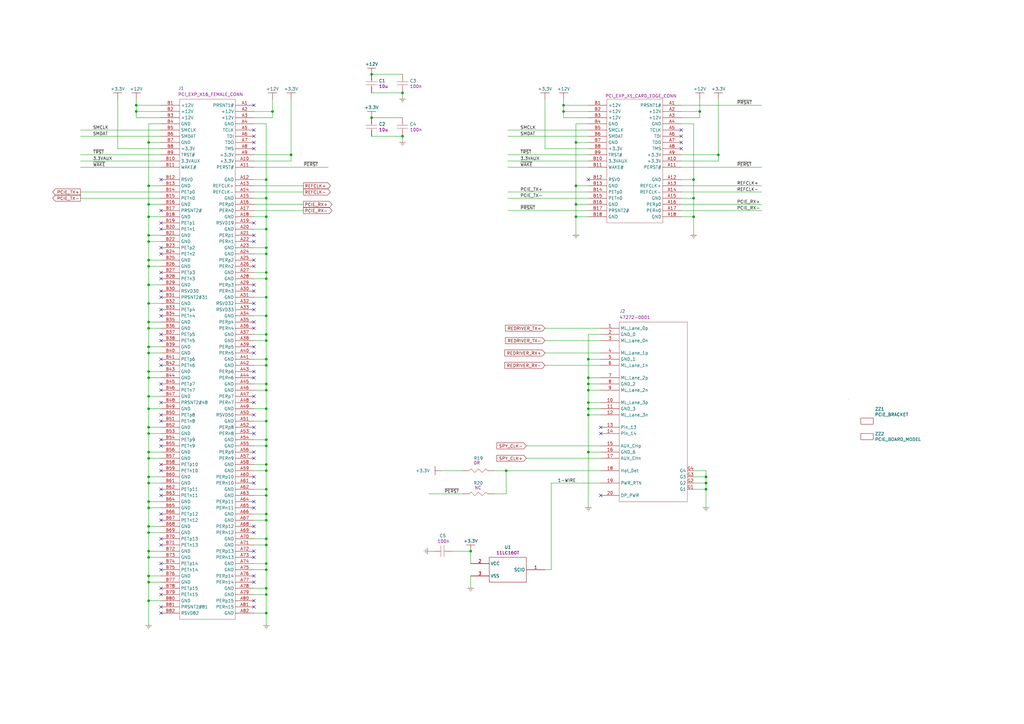
<source format=kicad_sch>
(kicad_sch (version 20200714) (host eeschema "(5.99.0-2858-ga3fc028c9b)")

  (page 3 5)

  (paper "A3")

  (title_block
    (title "EDSCH0003-V2")
    (date "07/10/2019")
    (rev "A")
    (comment 1 "VeSPA - PCIe INTERPOSER")
  )

  (lib_symbols
    (symbol "CONNECTEUR:DISPLAY_PORT" (pin_names (offset 0.508))
      (property "Reference" "J" (id 0) (at 0 2.286 0)
        (effects (font (size 1.27 1.27)) (justify left top))
      )
      (property "Value" "DISPLAY_PORT" (id 1) (at 27.94 -73.66 0)
        (effects (font (size 0.889 0.889)) (justify left) hide)
      )
      (property "Footprint" "con_displayport_molex" (id 2) (at 27.94 -75.184 0)
        (effects (font (size 1.27 1.27)) (justify left) hide)
      )
      (property "Datasheet" "" (id 3) (at 0 0 0)
        (effects (font (size 1.27 1.27)) hide)
      )
      (property "Field4" "47272-0001" (id 4) (at 0.508 -74.93 0)
        (effects (font (size 1.27 1.27)) (justify left top))
      )
      (property "a_APPR" "YES" (id 5) (at 27.94 -76.708 0)
        (effects (font (size 1.27 1.27)) (justify left) hide)
      )
      (property "a_CODE_CMDE_1" "FR/ 1679718" (id 6) (at 27.94 -78.232 0)
        (effects (font (size 1.27 1.27)) (justify left) hide)
      )
      (property "a_CODE_CMDE_2" "FR/ 1686453" (id 7) (at 27.94 -79.756 0)
        (effects (font (size 1.27 1.27)) (justify left) hide)
      )
      (property "a_CODE_ODY" "ODE0352" (id 8) (at 27.94 -81.28 0)
        (effects (font (size 1.27 1.27)) (justify left) hide)
      )
      (property "a_DATASHEET_PACKAGE" "" (id 9) (at 27.94 -82.804 0)
        (effects (font (size 1.27 1.27)) (justify left) hide)
      )
      (property "a_DESCRIPTION" "DISPLAY PORT STD" (id 10) (at 27.94 -84.328 0)
        (effects (font (size 1.27 1.27)) (justify left) hide)
      )
      (property "a_FAB_1" "JAE" (id 11) (at 27.94 -85.852 0)
        (effects (font (size 1.27 1.27)) (justify left) hide)
      )
      (property "a_FAB_2" "MULTICOMP" (id 12) (at 27.94 -87.376 0)
        (effects (font (size 1.27 1.27)) (justify left) hide)
      )
      (property "a_NC" "" (id 13) (at 27.94 -88.9 0)
        (effects (font (size 1.27 1.27)) (justify left) hide)
      )
      (property "a_REF_FAB_1" "DP1R020JQ1R400" (id 14) (at 27.94 -90.424 0)
        (effects (font (size 1.27 1.27)) (justify left) hide)
      )
      (property "a_REF_FAB_2" "MC34467" (id 15) (at 27.94 -91.948 0)
        (effects (font (size 1.27 1.27)) (justify left) hide)
      )
      (property "a_ROHS_1" "YES" (id 16) (at 27.94 -93.472 0)
        (effects (font (size 1.27 1.27)) (justify left) hide)
      )
      (property "a_ROHS_2" "YES" (id 17) (at 27.94 -94.996 0)
        (effects (font (size 1.27 1.27)) (justify left) hide)
      )
      (property "a_SVHC_1" "YES" (id 18) (at 27.94 -96.52 0)
        (effects (font (size 1.27 1.27)) (justify left) hide)
      )
      (property "a_SVHC_2" "YES" (id 19) (at 27.94 -98.044 0)
        (effects (font (size 1.27 1.27)) (justify left) hide)
      )
      (property "a_VAL_1" "" (id 20) (at 27.94 -99.568 0)
        (effects (font (size 1.27 1.27)) (justify left) hide)
      )
      (property "a_VAL_2" "" (id 21) (at 27.94 -101.092 0)
        (effects (font (size 1.27 1.27)) (justify left) hide)
      )
      (symbol "DISPLAY_PORT_0_1"
        (rectangle (start 0 0) (end 27.94 -73.66)
          (stroke (width 0.1016)) (fill (type none))
        )
      )
      (symbol "DISPLAY_PORT_0_0"
        (pin passive line (at -7.62 -55.88 0) (length 7.62)
          (name "AUX_CHn" (effects (font (size 1.27 1.27))))
          (number "17" (effects (font (size 1.27 1.27))))
        )
        (pin passive line (at -7.62 -50.8 0) (length 7.62)
          (name "AUX_CHp" (effects (font (size 1.27 1.27))))
          (number "15" (effects (font (size 1.27 1.27))))
        )
        (pin passive line (at -7.62 -71.12 0) (length 7.62)
          (name "DP_PWR" (effects (font (size 1.27 1.27))))
          (number "20" (effects (font (size 1.27 1.27))))
        )
        (pin passive line (at 30.48 -68.58 180) (length 2.54)
          (name "G1" (effects (font (size 1.27 1.27))))
          (number "G1" (effects (font (size 1.27 1.27))))
        )
        (pin passive line (at 30.48 -66.04 180) (length 2.54)
          (name "G2" (effects (font (size 1.27 1.27))))
          (number "G2" (effects (font (size 1.27 1.27))))
        )
        (pin passive line (at 30.48 -63.5 180) (length 2.54)
          (name "G3" (effects (font (size 1.27 1.27))))
          (number "G3" (effects (font (size 1.27 1.27))))
        )
        (pin passive line (at 30.48 -60.96 180) (length 2.54)
          (name "G4" (effects (font (size 1.27 1.27))))
          (number "G4" (effects (font (size 1.27 1.27))))
        )
        (pin passive line (at -7.62 -5.08 0) (length 7.62)
          (name "GND_0" (effects (font (size 1.27 1.27))))
          (number "2" (effects (font (size 1.27 1.27))))
        )
        (pin passive line (at -7.62 -15.24 0) (length 7.62)
          (name "GND_1" (effects (font (size 1.27 1.27))))
          (number "5" (effects (font (size 1.27 1.27))))
        )
        (pin passive line (at -7.62 -25.4 0) (length 7.62)
          (name "GND_2" (effects (font (size 1.27 1.27))))
          (number "8" (effects (font (size 1.27 1.27))))
        )
        (pin passive line (at -7.62 -35.56 0) (length 7.62)
          (name "GND_3" (effects (font (size 1.27 1.27))))
          (number "11" (effects (font (size 1.27 1.27))))
        )
        (pin passive line (at -7.62 -53.34 0) (length 7.62)
          (name "GND_6" (effects (font (size 1.27 1.27))))
          (number "16" (effects (font (size 1.27 1.27))))
        )
        (pin passive line (at -7.62 -60.96 0) (length 7.62)
          (name "Hot_Det" (effects (font (size 1.27 1.27))))
          (number "18" (effects (font (size 1.27 1.27))))
        )
        (pin passive line (at -7.62 -7.62 0) (length 7.62)
          (name "ML_Lane_0n" (effects (font (size 1.27 1.27))))
          (number "3" (effects (font (size 1.27 1.27))))
        )
        (pin passive line (at -7.62 -2.54 0) (length 7.62)
          (name "ML_Lane_0p" (effects (font (size 1.27 1.27))))
          (number "1" (effects (font (size 1.27 1.27))))
        )
        (pin passive line (at -7.62 -17.78 0) (length 7.62)
          (name "ML_Lane_1n" (effects (font (size 1.27 1.27))))
          (number "6" (effects (font (size 1.27 1.27))))
        )
        (pin passive line (at -7.62 -12.7 0) (length 7.62)
          (name "ML_Lane_1p" (effects (font (size 1.27 1.27))))
          (number "4" (effects (font (size 1.27 1.27))))
        )
        (pin passive line (at -7.62 -27.94 0) (length 7.62)
          (name "ML_Lane_2n" (effects (font (size 1.27 1.27))))
          (number "9" (effects (font (size 1.27 1.27))))
        )
        (pin passive line (at -7.62 -22.86 0) (length 7.62)
          (name "ML_Lane_2p" (effects (font (size 1.27 1.27))))
          (number "7" (effects (font (size 1.27 1.27))))
        )
        (pin passive line (at -7.62 -38.1 0) (length 7.62)
          (name "ML_Lane_3n" (effects (font (size 1.27 1.27))))
          (number "12" (effects (font (size 1.27 1.27))))
        )
        (pin passive line (at -7.62 -33.02 0) (length 7.62)
          (name "ML_Lane_3p" (effects (font (size 1.27 1.27))))
          (number "10" (effects (font (size 1.27 1.27))))
        )
        (pin passive line (at -7.62 -66.04 0) (length 7.62)
          (name "PWR_RTN" (effects (font (size 1.27 1.27))))
          (number "19" (effects (font (size 1.27 1.27))))
        )
        (pin passive line (at -7.62 -43.18 0) (length 7.62)
          (name "Pin_13" (effects (font (size 1.27 1.27))))
          (number "13" (effects (font (size 1.27 1.27))))
        )
        (pin passive line (at -7.62 -45.72 0) (length 7.62)
          (name "Pin_14" (effects (font (size 1.27 1.27))))
          (number "14" (effects (font (size 1.27 1.27))))
        )
      )
    )
    (symbol "C_0402:C100N_16V_0402" (pin_numbers hide) (pin_names (offset 0.508) hide)
      (property "Reference" "C" (id 0) (at 5.08 2.286 0)
        (effects (font (size 1.27 1.27)) (justify left top))
      )
      (property "Value" "C100N_16V_0402" (id 1) (at 5.08 -2.54 0)
        (effects (font (size 0.889 0.889)) (justify left) hide)
      )
      (property "Footprint" "smt0402_ref" (id 2) (at 5.08 -4.064 0)
        (effects (font (size 1.27 1.27)) (justify left) hide)
      )
      (property "Datasheet" "" (id 3) (at 0 0 0)
        (effects (font (size 1.27 1.27)) hide)
      )
      (property "Field4" "100n" (id 4) (at 5.08 -0.254 0)
        (effects (font (size 1.27 1.27)) (justify left top))
      )
      (property "a_CODE_ODY" "ODE0008" (id 5) (at 5.08 -5.588 0)
        (effects (font (size 1.27 1.27)) (justify left) hide)
      )
      (property "a_NC" "" (id 6) (at 5.08 -7.112 0)
        (effects (font (size 1.27 1.27)) (justify left) hide)
      )
      (symbol "C100N_16V_0402_0_1"
        (polyline
          (pts
            (xy 2.54 0)
            (xy 2.54 -0.508)
          )
          (stroke (width 0.1016)) (fill (type none))
        )
        (polyline
          (pts
            (xy 0.254 -1.778)
            (xy 4.826 -1.778)
          )
          (stroke (width 0.1016)) (fill (type none))
        )
        (polyline
          (pts
            (xy 0.254 -0.508)
            (xy 4.826 -0.508)
          )
          (stroke (width 0.1016)) (fill (type none))
        )
        (polyline
          (pts
            (xy 2.54 -2.54)
            (xy 2.54 -1.778)
          )
          (stroke (width 0.1016)) (fill (type none))
        )
      )
      (symbol "C100N_16V_0402_0_0"
        (pin passive line (at 2.54 2.54 270) (length 2.54)
          (name "1" (effects (font (size 1.27 1.27))))
          (number "1" (effects (font (size 1.27 1.27))))
        )
        (pin passive line (at 2.54 -5.08 90) (length 2.54)
          (name "2" (effects (font (size 1.27 1.27))))
          (number "2" (effects (font (size 1.27 1.27))))
        )
      )
    )
    (symbol "C_1206:C10U_50V_1206" (pin_numbers hide) (pin_names (offset 0.508) hide)
      (property "Reference" "C" (id 0) (at 2.54 2.286 0)
        (effects (font (size 1.27 1.27)) (justify left top))
      )
      (property "Value" "C10U_50V_1206" (id 1) (at 5.08 -2.54 0)
        (effects (font (size 0.889 0.889)) (justify left) hide)
      )
      (property "Footprint" "smt1206_ref" (id 2) (at 5.08 -4.064 0)
        (effects (font (size 1.27 1.27)) (justify left) hide)
      )
      (property "Datasheet" "" (id 3) (at 0 0 0)
        (effects (font (size 1.27 1.27)) hide)
      )
      (property "Field4" "10u" (id 4) (at 2.54 -2.794 0)
        (effects (font (size 1.27 1.27)) (justify left top))
      )
      (property "a_CODE_ODY" "ODE0467" (id 5) (at 5.08 -5.588 0)
        (effects (font (size 1.27 1.27)) (justify left) hide)
      )
      (property "a_NC" "" (id 6) (at 5.08 -7.112 0)
        (effects (font (size 1.27 1.27)) (justify left) hide)
      )
      (symbol "C10U_50V_1206_0_1"
        (polyline
          (pts
            (xy 2.54 0)
            (xy 2.54 -0.508)
          )
          (stroke (width 0.1016)) (fill (type none))
        )
        (polyline
          (pts
            (xy 0.254 -1.778)
            (xy 4.826 -1.778)
          )
          (stroke (width 0.1016)) (fill (type none))
        )
        (polyline
          (pts
            (xy 0.254 -0.508)
            (xy 4.826 -0.508)
          )
          (stroke (width 0.1016)) (fill (type none))
        )
        (polyline
          (pts
            (xy 2.54 -2.54)
            (xy 2.54 -1.778)
          )
          (stroke (width 0.1016)) (fill (type none))
        )
      )
      (symbol "C10U_50V_1206_0_0"
        (pin passive line (at 2.54 2.54 270) (length 2.54)
          (name "1" (effects (font (size 1.27 1.27))))
          (number "1" (effects (font (size 1.27 1.27))))
        )
        (pin passive line (at 2.54 -5.08 90) (length 2.54)
          (name "2" (effects (font (size 1.27 1.27))))
          (number "2" (effects (font (size 1.27 1.27))))
        )
      )
    )
    (symbol "EDSCH0003-V2-A-rescue:+12V-MISC_KiCAD" (power) (pin_numbers hide) (pin_names (offset 0) hide)
      (property "Reference" "#PWR" (id 0) (at 0 -3.81 0)
        (effects (font (size 1.27 1.27)) hide)
      )
      (property "Value" "+12V-MISC_KiCAD" (id 1) (at 0 3.556 0)
        (effects (font (size 1.27 1.27)))
      )
      (property "Footprint" "" (id 2) (at 0 0 0)
        (effects (font (size 1.27 1.27)) hide)
      )
      (property "Datasheet" "" (id 3) (at 0 0 0)
        (effects (font (size 1.27 1.27)) hide)
      )
      (symbol "+12V-MISC_KiCAD_0_1"
        (polyline
          (pts
            (xy -1.778 2.54)
            (xy 1.778 2.54)
          )
          (stroke (width 0)) (fill (type none))
        )
        (polyline
          (pts
            (xy 0 0)
            (xy 0 2.54)
          )
          (stroke (width 0)) (fill (type none))
        )
      )
      (symbol "+12V-MISC_KiCAD_1_1"
        (pin power_in line (at 0 0 90) (length 0) hide
          (name "+12V" (effects (font (size 1.27 1.27))))
          (number "1" (effects (font (size 1.27 1.27))))
        )
      )
    )
    (symbol "EDSCH0003-V2-A-rescue:+3.3V-MISC_KiCAD" (power) (pin_numbers hide) (pin_names (offset 0) hide)
      (property "Reference" "#PWR" (id 0) (at 0 -3.81 0)
        (effects (font (size 1.27 1.27)) hide)
      )
      (property "Value" "+3.3V-MISC_KiCAD" (id 1) (at 0 3.556 0)
        (effects (font (size 1.27 1.27)))
      )
      (property "Footprint" "" (id 2) (at 0 0 0)
        (effects (font (size 1.27 1.27)) hide)
      )
      (property "Datasheet" "" (id 3) (at 0 0 0)
        (effects (font (size 1.27 1.27)) hide)
      )
      (symbol "+3.3V-MISC_KiCAD_0_1"
        (polyline
          (pts
            (xy -1.778 2.54)
            (xy 1.778 2.54)
          )
          (stroke (width 0)) (fill (type none))
        )
        (polyline
          (pts
            (xy 0 0)
            (xy 0 2.54)
          )
          (stroke (width 0)) (fill (type none))
        )
      )
      (symbol "+3.3V-MISC_KiCAD_1_1"
        (pin power_in line (at 0 0 90) (length 0) hide
          (name "+3.3V" (effects (font (size 1.27 1.27))))
          (number "1" (effects (font (size 1.27 1.27))))
        )
      )
    )
    (symbol "EDSCH0003-V2-A-rescue:EEPROM_1WIRE_2Kx8_11LC160T-analyzer" (pin_names (offset 0.508))
      (property "Reference" "U" (id 0) (at 0.762 6.858 0)
        (effects (font (size 1.27 1.27)))
      )
      (property "Value" "EEPROM_1WIRE_2Kx8_11LC160T-analyzer" (id 1) (at 8.89 -9.525 0)
        (effects (font (size 1.27 1.27)))
      )
      (property "Footprint" "Package_TO_SOT_SMD:SOT-23" (id 2) (at 8.89 -12.065 0)
        (effects (font (size 1.27 1.27)) hide)
      )
      (property "Datasheet" "" (id 3) (at 0 0 0)
        (effects (font (size 1.27 1.27)) hide)
      )
      (property "Field4" "11LC160T" (id 4) (at 4.826 4.064 0)
        (effects (font (size 1.27 1.27)))
      )
      (symbol "EEPROM_1WIRE_2Kx8_11LC160T-analyzer_0_1"
        (rectangle (start 0 2.54) (end 15.24 -7.62)
          (stroke (width 0)) (fill (type none))
        )
      )
      (symbol "EEPROM_1WIRE_2Kx8_11LC160T-analyzer_1_1"
        (pin bidirectional line (at 22.86 -2.54 180) (length 7.62)
          (name "SCIO" (effects (font (size 1.27 1.27))))
          (number "1" (effects (font (size 1.27 1.27))))
        )
        (pin power_in line (at -7.62 0 0) (length 7.62)
          (name "VCC" (effects (font (size 1.27 1.27))))
          (number "2" (effects (font (size 1.27 1.27))))
        )
        (pin power_in line (at -7.62 -5.08 0) (length 7.62)
          (name "VSS" (effects (font (size 1.27 1.27))))
          (number "3" (effects (font (size 1.27 1.27))))
        )
      )
    )
    (symbol "EDSCH0003-V2-A-rescue:GND-MISC_KiCAD" (power) (pin_numbers hide) (pin_names (offset 0) hide)
      (property "Reference" "#PWR" (id 0) (at 0 -6.35 0)
        (effects (font (size 1.27 1.27)) hide)
      )
      (property "Value" "GND-MISC_KiCAD" (id 1) (at 0 -3.81 0)
        (effects (font (size 1.27 1.27)) hide)
      )
      (property "Footprint" "" (id 2) (at 0 1.27 0)
        (effects (font (size 1.27 1.27)) hide)
      )
      (property "Datasheet" "" (id 3) (at 0 1.27 0)
        (effects (font (size 1.27 1.27)) hide)
      )
      (symbol "GND-MISC_KiCAD_0_1"
        (polyline
          (pts
            (xy -0.635 -0.635)
            (xy 0.635 -0.635)
          )
          (stroke (width 0)) (fill (type none))
        )
        (polyline
          (pts
            (xy -0.127 -1.27)
            (xy 0.127 -1.27)
          )
          (stroke (width 0)) (fill (type none))
        )
        (polyline
          (pts
            (xy 1.27 0)
            (xy -1.27 0)
          )
          (stroke (width 0)) (fill (type none))
        )
      )
      (symbol "GND-MISC_KiCAD_1_1"
        (pin power_in line (at 0 0 270) (length 0) hide
          (name "GND" (effects (font (size 1.27 1.27))))
          (number "1" (effects (font (size 1.27 1.27))))
        )
      )
    )
    (symbol "EDSCH0003-V2-A-rescue:PCIEXP_X16_EDGE_MOUNT_CONN-analyzer" (pin_names (offset 0.508))
      (property "Reference" "J" (id 0) (at 2.54 3.302 0)
        (effects (font (size 1.27 1.27)) (justify left top))
      )
      (property "Value" "PCIEXP_X16_EDGE_MOUNT_CONN-analyzer" (id 1) (at 22.86 -213.36 0)
        (effects (font (size 1.27 1.27)) (justify left) hide)
      )
      (property "Footprint" "ed_footprints:samtec_pcie_ems2" (id 2) (at 22.86 -214.503 0)
        (effects (font (size 1.27 1.27)) (justify left) hide)
      )
      (property "Datasheet" "" (id 3) (at 0 0 0)
        (effects (font (size 1.27 1.27)) hide)
      )
      (property "Field4" "PCI_EXP_X16_FEMALE_CONN" (id 4) (at -2.54 -216.154 0)
        (effects (font (size 1.27 1.27)) (justify left top))
      )
      (property "a_APPR" "YES" (id 5) (at 22.86 -215.646 0)
        (effects (font (size 1.27 1.27)) (justify left) hide)
      )
      (property "a_AUTEUR" "FJ" (id 6) (at 22.86 -217.17 0)
        (effects (font (size 1.27 1.27)) (justify left) hide)
      )
      (property "a_CODE_CMDE_1" "FR/ 2085393" (id 7) (at 22.86 -217.932 0)
        (effects (font (size 1.27 1.27)) (justify left) hide)
      )
      (property "a_DATASHEET_PACKAGE" "EMS2" (id 8) (at 22.86 -220.218 0)
        (effects (font (size 1.27 1.27)) (justify left) hide)
      )
      (property "a_DESCRIPTION" "PCIe EDGE MOUNT CONNECTOR" (id 9) (at 22.86 -221.361 0)
        (effects (font (size 1.27 1.27)) (justify left) hide)
      )
      (property "a_FAB_1" "SAMTEC" (id 10) (at 22.86 -222.504 0)
        (effects (font (size 1.27 1.27)) (justify left) hide)
      )
      (property "a_LABEL_TEXT_VERSION" "C" (id 11) (at 22.86 -224.79 0)
        (effects (font (size 1.27 1.27)) (justify left) hide)
      )
      (property "a_REF_FAB_1" "PCIE-164-02-F-D-EMS2" (id 12) (at 22.86 -227.076 0)
        (effects (font (size 1.27 1.27)) (justify left) hide)
      )
      (property "a_ROHS_1" "YES" (id 13) (at 22.86 -229.362 0)
        (effects (font (size 1.27 1.27)) (justify left) hide)
      )
      (property "a_SVHC_1" "19-Dec-2011" (id 14) (at 22.86 -231.648 0)
        (effects (font (size 1.27 1.27)) (justify left) hide)
      )
      (property "a_TEMP" "-55°C à +125°C" (id 15) (at 22.86 -233.934 0)
        (effects (font (size 1.27 1.27)) (justify left) hide)
      )
      (symbol "PCIEXP_X16_EDGE_MOUNT_CONN-analyzer_0_1"
        (rectangle (start 0 0) (end 22.86 -213.36)
          (stroke (width 0.1016)) (fill (type none))
        )
      )
      (symbol "PCIEXP_X16_EDGE_MOUNT_CONN-analyzer_0_0"
        (pin passive line (at 30.48 -2.54 180) (length 7.62)
          (name "PRSNT1#" (effects (font (size 1.27 1.27))))
          (number "A1" (effects (font (size 1.27 1.27))))
        )
        (pin power_in line (at 30.48 -25.4 180) (length 7.62)
          (name "+3.3V" (effects (font (size 1.27 1.27))))
          (number "A10" (effects (font (size 1.27 1.27))))
        )
        (pin input line (at 30.48 -27.94 180) (length 7.62)
          (name "PERST#" (effects (font (size 1.27 1.27))))
          (number "A11" (effects (font (size 1.27 1.27))))
        )
        (pin power_in line (at 30.48 -33.02 180) (length 7.62)
          (name "GND" (effects (font (size 1.27 1.27))))
          (number "A12" (effects (font (size 1.27 1.27))))
        )
        (pin input line (at 30.48 -35.56 180) (length 7.62)
          (name "REFCLK+" (effects (font (size 1.27 1.27))))
          (number "A13" (effects (font (size 1.27 1.27))))
        )
        (pin input line (at 30.48 -38.1 180) (length 7.62)
          (name "REFCLK-" (effects (font (size 1.27 1.27))))
          (number "A14" (effects (font (size 1.27 1.27))))
        )
        (pin power_in line (at 30.48 -40.64 180) (length 7.62)
          (name "GND" (effects (font (size 1.27 1.27))))
          (number "A15" (effects (font (size 1.27 1.27))))
        )
        (pin output line (at 30.48 -43.18 180) (length 7.62)
          (name "PERp0" (effects (font (size 1.27 1.27))))
          (number "A16" (effects (font (size 1.27 1.27))))
        )
        (pin output line (at 30.48 -45.72 180) (length 7.62)
          (name "PERn0" (effects (font (size 1.27 1.27))))
          (number "A17" (effects (font (size 1.27 1.27))))
        )
        (pin power_in line (at 30.48 -48.26 180) (length 7.62)
          (name "GND" (effects (font (size 1.27 1.27))))
          (number "A18" (effects (font (size 1.27 1.27))))
        )
        (pin passive line (at 30.48 -50.8 180) (length 7.62)
          (name "RSVD19" (effects (font (size 1.27 1.27))))
          (number "A19" (effects (font (size 1.27 1.27))))
        )
        (pin power_in line (at 30.48 -5.08 180) (length 7.62)
          (name "+12V" (effects (font (size 1.27 1.27))))
          (number "A2" (effects (font (size 1.27 1.27))))
        )
        (pin power_in line (at 30.48 -53.34 180) (length 7.62)
          (name "GND" (effects (font (size 1.27 1.27))))
          (number "A20" (effects (font (size 1.27 1.27))))
        )
        (pin output line (at 30.48 -55.88 180) (length 7.62)
          (name "PERp1" (effects (font (size 1.27 1.27))))
          (number "A21" (effects (font (size 1.27 1.27))))
        )
        (pin output line (at 30.48 -58.42 180) (length 7.62)
          (name "PERn1" (effects (font (size 1.27 1.27))))
          (number "A22" (effects (font (size 1.27 1.27))))
        )
        (pin power_in line (at 30.48 -60.96 180) (length 7.62)
          (name "GND" (effects (font (size 1.27 1.27))))
          (number "A23" (effects (font (size 1.27 1.27))))
        )
        (pin power_in line (at 30.48 -63.5 180) (length 7.62)
          (name "GND" (effects (font (size 1.27 1.27))))
          (number "A24" (effects (font (size 1.27 1.27))))
        )
        (pin output line (at 30.48 -66.04 180) (length 7.62)
          (name "PERp2" (effects (font (size 1.27 1.27))))
          (number "A25" (effects (font (size 1.27 1.27))))
        )
        (pin output line (at 30.48 -68.58 180) (length 7.62)
          (name "PERn2" (effects (font (size 1.27 1.27))))
          (number "A26" (effects (font (size 1.27 1.27))))
        )
        (pin power_in line (at 30.48 -71.12 180) (length 7.62)
          (name "GND" (effects (font (size 1.27 1.27))))
          (number "A27" (effects (font (size 1.27 1.27))))
        )
        (pin power_in line (at 30.48 -73.66 180) (length 7.62)
          (name "GND" (effects (font (size 1.27 1.27))))
          (number "A28" (effects (font (size 1.27 1.27))))
        )
        (pin output line (at 30.48 -76.2 180) (length 7.62)
          (name "PERp3" (effects (font (size 1.27 1.27))))
          (number "A29" (effects (font (size 1.27 1.27))))
        )
        (pin power_in line (at 30.48 -7.62 180) (length 7.62)
          (name "+12V" (effects (font (size 1.27 1.27))))
          (number "A3" (effects (font (size 1.27 1.27))))
        )
        (pin output line (at 30.48 -78.74 180) (length 7.62)
          (name "PERn3" (effects (font (size 1.27 1.27))))
          (number "A30" (effects (font (size 1.27 1.27))))
        )
        (pin power_in line (at 30.48 -81.28 180) (length 7.62)
          (name "GND" (effects (font (size 1.27 1.27))))
          (number "A31" (effects (font (size 1.27 1.27))))
        )
        (pin passive line (at 30.48 -83.82 180) (length 7.62)
          (name "RSVD32" (effects (font (size 1.27 1.27))))
          (number "A32" (effects (font (size 1.27 1.27))))
        )
        (pin passive line (at 30.48 -86.36 180) (length 7.62)
          (name "RSVD33" (effects (font (size 1.27 1.27))))
          (number "A33" (effects (font (size 1.27 1.27))))
        )
        (pin power_in line (at 30.48 -88.9 180) (length 7.62)
          (name "GND" (effects (font (size 1.27 1.27))))
          (number "A34" (effects (font (size 1.27 1.27))))
        )
        (pin output line (at 30.48 -91.44 180) (length 7.62)
          (name "PERp4" (effects (font (size 1.27 1.27))))
          (number "A35" (effects (font (size 1.27 1.27))))
        )
        (pin output line (at 30.48 -93.98 180) (length 7.62)
          (name "PERn4" (effects (font (size 1.27 1.27))))
          (number "A36" (effects (font (size 1.27 1.27))))
        )
        (pin power_in line (at 30.48 -96.52 180) (length 7.62)
          (name "GND" (effects (font (size 1.27 1.27))))
          (number "A37" (effects (font (size 1.27 1.27))))
        )
        (pin power_in line (at 30.48 -99.06 180) (length 7.62)
          (name "GND" (effects (font (size 1.27 1.27))))
          (number "A38" (effects (font (size 1.27 1.27))))
        )
        (pin output line (at 30.48 -101.6 180) (length 7.62)
          (name "PERp5" (effects (font (size 1.27 1.27))))
          (number "A39" (effects (font (size 1.27 1.27))))
        )
        (pin power_in line (at 30.48 -10.16 180) (length 7.62)
          (name "GND" (effects (font (size 1.27 1.27))))
          (number "A4" (effects (font (size 1.27 1.27))))
        )
        (pin output line (at 30.48 -104.14 180) (length 7.62)
          (name "PERn5" (effects (font (size 1.27 1.27))))
          (number "A40" (effects (font (size 1.27 1.27))))
        )
        (pin power_in line (at 30.48 -106.68 180) (length 7.62)
          (name "GND" (effects (font (size 1.27 1.27))))
          (number "A41" (effects (font (size 1.27 1.27))))
        )
        (pin power_in line (at 30.48 -109.22 180) (length 7.62)
          (name "GND" (effects (font (size 1.27 1.27))))
          (number "A42" (effects (font (size 1.27 1.27))))
        )
        (pin output line (at 30.48 -111.76 180) (length 7.62)
          (name "PERp6" (effects (font (size 1.27 1.27))))
          (number "A43" (effects (font (size 1.27 1.27))))
        )
        (pin output line (at 30.48 -114.3 180) (length 7.62)
          (name "PERn6" (effects (font (size 1.27 1.27))))
          (number "A44" (effects (font (size 1.27 1.27))))
        )
        (pin power_in line (at 30.48 -116.84 180) (length 7.62)
          (name "GND" (effects (font (size 1.27 1.27))))
          (number "A45" (effects (font (size 1.27 1.27))))
        )
        (pin power_in line (at 30.48 -119.38 180) (length 7.62)
          (name "GND" (effects (font (size 1.27 1.27))))
          (number "A46" (effects (font (size 1.27 1.27))))
        )
        (pin output line (at 30.48 -121.92 180) (length 7.62)
          (name "PERp7" (effects (font (size 1.27 1.27))))
          (number "A47" (effects (font (size 1.27 1.27))))
        )
        (pin output line (at 30.48 -124.46 180) (length 7.62)
          (name "PERn7" (effects (font (size 1.27 1.27))))
          (number "A48" (effects (font (size 1.27 1.27))))
        )
        (pin power_in line (at 30.48 -127 180) (length 7.62)
          (name "GND" (effects (font (size 1.27 1.27))))
          (number "A49" (effects (font (size 1.27 1.27))))
        )
        (pin input line (at 30.48 -12.7 180) (length 7.62)
          (name "TCLK" (effects (font (size 1.27 1.27))))
          (number "A5" (effects (font (size 1.27 1.27))))
        )
        (pin passive line (at 30.48 -129.54 180) (length 7.62)
          (name "RSVD50" (effects (font (size 1.27 1.27))))
          (number "A50" (effects (font (size 1.27 1.27))))
        )
        (pin power_in line (at 30.48 -132.08 180) (length 7.62)
          (name "GND" (effects (font (size 1.27 1.27))))
          (number "A51" (effects (font (size 1.27 1.27))))
        )
        (pin output line (at 30.48 -134.62 180) (length 7.62)
          (name "PERp8" (effects (font (size 1.27 1.27))))
          (number "A52" (effects (font (size 1.27 1.27))))
        )
        (pin output line (at 30.48 -137.16 180) (length 7.62)
          (name "PERn8" (effects (font (size 1.27 1.27))))
          (number "A53" (effects (font (size 1.27 1.27))))
        )
        (pin power_in line (at 30.48 -139.7 180) (length 7.62)
          (name "GND" (effects (font (size 1.27 1.27))))
          (number "A54" (effects (font (size 1.27 1.27))))
        )
        (pin power_in line (at 30.48 -142.24 180) (length 7.62)
          (name "GND" (effects (font (size 1.27 1.27))))
          (number "A55" (effects (font (size 1.27 1.27))))
        )
        (pin output line (at 30.48 -144.78 180) (length 7.62)
          (name "PERp9" (effects (font (size 1.27 1.27))))
          (number "A56" (effects (font (size 1.27 1.27))))
        )
        (pin output line (at 30.48 -147.32 180) (length 7.62)
          (name "PERn9" (effects (font (size 1.27 1.27))))
          (number "A57" (effects (font (size 1.27 1.27))))
        )
        (pin power_in line (at 30.48 -149.86 180) (length 7.62)
          (name "GND" (effects (font (size 1.27 1.27))))
          (number "A58" (effects (font (size 1.27 1.27))))
        )
        (pin power_in line (at 30.48 -152.4 180) (length 7.62)
          (name "GND" (effects (font (size 1.27 1.27))))
          (number "A59" (effects (font (size 1.27 1.27))))
        )
        (pin input line (at 30.48 -15.24 180) (length 7.62)
          (name "TDI" (effects (font (size 1.27 1.27))))
          (number "A6" (effects (font (size 1.27 1.27))))
        )
        (pin output line (at 30.48 -154.94 180) (length 7.62)
          (name "PERp10" (effects (font (size 1.27 1.27))))
          (number "A60" (effects (font (size 1.27 1.27))))
        )
        (pin output line (at 30.48 -157.48 180) (length 7.62)
          (name "PERn10" (effects (font (size 1.27 1.27))))
          (number "A61" (effects (font (size 1.27 1.27))))
        )
        (pin power_in line (at 30.48 -160.02 180) (length 7.62)
          (name "GND" (effects (font (size 1.27 1.27))))
          (number "A62" (effects (font (size 1.27 1.27))))
        )
        (pin power_in line (at 30.48 -162.56 180) (length 7.62)
          (name "GND" (effects (font (size 1.27 1.27))))
          (number "A63" (effects (font (size 1.27 1.27))))
        )
        (pin output line (at 30.48 -165.1 180) (length 7.62)
          (name "PERp11" (effects (font (size 1.27 1.27))))
          (number "A64" (effects (font (size 1.27 1.27))))
        )
        (pin output line (at 30.48 -167.64 180) (length 7.62)
          (name "PERn11" (effects (font (size 1.27 1.27))))
          (number "A65" (effects (font (size 1.27 1.27))))
        )
        (pin power_in line (at 30.48 -170.18 180) (length 7.62)
          (name "GND" (effects (font (size 1.27 1.27))))
          (number "A66" (effects (font (size 1.27 1.27))))
        )
        (pin power_in line (at 30.48 -172.72 180) (length 7.62)
          (name "GND" (effects (font (size 1.27 1.27))))
          (number "A67" (effects (font (size 1.27 1.27))))
        )
        (pin output line (at 30.48 -175.26 180) (length 7.62)
          (name "PERp12" (effects (font (size 1.27 1.27))))
          (number "A68" (effects (font (size 1.27 1.27))))
        )
        (pin output line (at 30.48 -177.8 180) (length 7.62)
          (name "PERn12" (effects (font (size 1.27 1.27))))
          (number "A69" (effects (font (size 1.27 1.27))))
        )
        (pin output line (at 30.48 -17.78 180) (length 7.62)
          (name "TDO" (effects (font (size 1.27 1.27))))
          (number "A7" (effects (font (size 1.27 1.27))))
        )
        (pin power_in line (at 30.48 -180.34 180) (length 7.62)
          (name "GND" (effects (font (size 1.27 1.27))))
          (number "A70" (effects (font (size 1.27 1.27))))
        )
        (pin power_in line (at 30.48 -182.88 180) (length 7.62)
          (name "GND" (effects (font (size 1.27 1.27))))
          (number "A71" (effects (font (size 1.27 1.27))))
        )
        (pin output line (at 30.48 -185.42 180) (length 7.62)
          (name "PERp13" (effects (font (size 1.27 1.27))))
          (number "A72" (effects (font (size 1.27 1.27))))
        )
        (pin output line (at 30.48 -187.96 180) (length 7.62)
          (name "PERn13" (effects (font (size 1.27 1.27))))
          (number "A73" (effects (font (size 1.27 1.27))))
        )
        (pin power_in line (at 30.48 -190.5 180) (length 7.62)
          (name "GND" (effects (font (size 1.27 1.27))))
          (number "A74" (effects (font (size 1.27 1.27))))
        )
        (pin power_in line (at 30.48 -193.04 180) (length 7.62)
          (name "GND" (effects (font (size 1.27 1.27))))
          (number "A75" (effects (font (size 1.27 1.27))))
        )
        (pin output line (at 30.48 -195.58 180) (length 7.62)
          (name "PERp14" (effects (font (size 1.27 1.27))))
          (number "A76" (effects (font (size 1.27 1.27))))
        )
        (pin output line (at 30.48 -198.12 180) (length 7.62)
          (name "PERn14" (effects (font (size 1.27 1.27))))
          (number "A77" (effects (font (size 1.27 1.27))))
        )
        (pin power_in line (at 30.48 -200.66 180) (length 7.62)
          (name "GND" (effects (font (size 1.27 1.27))))
          (number "A78" (effects (font (size 1.27 1.27))))
        )
        (pin power_in line (at 30.48 -203.2 180) (length 7.62)
          (name "GND" (effects (font (size 1.27 1.27))))
          (number "A79" (effects (font (size 1.27 1.27))))
        )
        (pin input line (at 30.48 -20.32 180) (length 7.62)
          (name "TMS" (effects (font (size 1.27 1.27))))
          (number "A8" (effects (font (size 1.27 1.27))))
        )
        (pin output line (at 30.48 -205.74 180) (length 7.62)
          (name "PERp15" (effects (font (size 1.27 1.27))))
          (number "A80" (effects (font (size 1.27 1.27))))
        )
        (pin output line (at 30.48 -208.28 180) (length 7.62)
          (name "PERn15" (effects (font (size 1.27 1.27))))
          (number "A81" (effects (font (size 1.27 1.27))))
        )
        (pin power_in line (at 30.48 -210.82 180) (length 7.62)
          (name "GND" (effects (font (size 1.27 1.27))))
          (number "A82" (effects (font (size 1.27 1.27))))
        )
        (pin power_in line (at 30.48 -22.86 180) (length 7.62)
          (name "+3.3V" (effects (font (size 1.27 1.27))))
          (number "A9" (effects (font (size 1.27 1.27))))
        )
        (pin power_in line (at -7.62 -2.54 0) (length 7.62)
          (name "+12V" (effects (font (size 1.27 1.27))))
          (number "B1" (effects (font (size 1.27 1.27))))
        )
        (pin passive line (at -7.62 -25.4 0) (length 7.62)
          (name "3.3VAUX" (effects (font (size 1.27 1.27))))
          (number "B10" (effects (font (size 1.27 1.27))))
        )
        (pin passive line (at -7.62 -27.94 0) (length 7.62)
          (name "WAKE#" (effects (font (size 1.27 1.27))))
          (number "B11" (effects (font (size 1.27 1.27))))
        )
        (pin passive line (at -7.62 -33.02 0) (length 7.62)
          (name "RSVD" (effects (font (size 1.27 1.27))))
          (number "B12" (effects (font (size 1.27 1.27))))
        )
        (pin power_in line (at -7.62 -35.56 0) (length 7.62)
          (name "GND" (effects (font (size 1.27 1.27))))
          (number "B13" (effects (font (size 1.27 1.27))))
        )
        (pin input line (at -7.62 -38.1 0) (length 7.62)
          (name "PETp0" (effects (font (size 1.27 1.27))))
          (number "B14" (effects (font (size 1.27 1.27))))
        )
        (pin input line (at -7.62 -40.64 0) (length 7.62)
          (name "PETn0" (effects (font (size 1.27 1.27))))
          (number "B15" (effects (font (size 1.27 1.27))))
        )
        (pin power_in line (at -7.62 -43.18 0) (length 7.62)
          (name "GND" (effects (font (size 1.27 1.27))))
          (number "B16" (effects (font (size 1.27 1.27))))
        )
        (pin passive line (at -7.62 -45.72 0) (length 7.62)
          (name "PRSNT2#" (effects (font (size 1.27 1.27))))
          (number "B17" (effects (font (size 1.27 1.27))))
        )
        (pin power_in line (at -7.62 -48.26 0) (length 7.62)
          (name "GND" (effects (font (size 1.27 1.27))))
          (number "B18" (effects (font (size 1.27 1.27))))
        )
        (pin input line (at -7.62 -50.8 0) (length 7.62)
          (name "PETp1" (effects (font (size 1.27 1.27))))
          (number "B19" (effects (font (size 1.27 1.27))))
        )
        (pin power_in line (at -7.62 -5.08 0) (length 7.62)
          (name "+12V" (effects (font (size 1.27 1.27))))
          (number "B2" (effects (font (size 1.27 1.27))))
        )
        (pin input line (at -7.62 -53.34 0) (length 7.62)
          (name "PETn1" (effects (font (size 1.27 1.27))))
          (number "B20" (effects (font (size 1.27 1.27))))
        )
        (pin power_in line (at -7.62 -55.88 0) (length 7.62)
          (name "GND" (effects (font (size 1.27 1.27))))
          (number "B21" (effects (font (size 1.27 1.27))))
        )
        (pin power_in line (at -7.62 -58.42 0) (length 7.62)
          (name "GND" (effects (font (size 1.27 1.27))))
          (number "B22" (effects (font (size 1.27 1.27))))
        )
        (pin input line (at -7.62 -60.96 0) (length 7.62)
          (name "PETp2" (effects (font (size 1.27 1.27))))
          (number "B23" (effects (font (size 1.27 1.27))))
        )
        (pin input line (at -7.62 -63.5 0) (length 7.62)
          (name "PETn2" (effects (font (size 1.27 1.27))))
          (number "B24" (effects (font (size 1.27 1.27))))
        )
        (pin power_in line (at -7.62 -66.04 0) (length 7.62)
          (name "GND" (effects (font (size 1.27 1.27))))
          (number "B25" (effects (font (size 1.27 1.27))))
        )
        (pin power_in line (at -7.62 -68.58 0) (length 7.62)
          (name "GND" (effects (font (size 1.27 1.27))))
          (number "B26" (effects (font (size 1.27 1.27))))
        )
        (pin input line (at -7.62 -71.12 0) (length 7.62)
          (name "PETp3" (effects (font (size 1.27 1.27))))
          (number "B27" (effects (font (size 1.27 1.27))))
        )
        (pin input line (at -7.62 -73.66 0) (length 7.62)
          (name "PETn3" (effects (font (size 1.27 1.27))))
          (number "B28" (effects (font (size 1.27 1.27))))
        )
        (pin power_in line (at -7.62 -76.2 0) (length 7.62)
          (name "GND" (effects (font (size 1.27 1.27))))
          (number "B29" (effects (font (size 1.27 1.27))))
        )
        (pin power_in line (at -7.62 -7.62 0) (length 7.62)
          (name "+12V" (effects (font (size 1.27 1.27))))
          (number "B3" (effects (font (size 1.27 1.27))))
        )
        (pin passive line (at -7.62 -78.74 0) (length 7.62)
          (name "RSVD30" (effects (font (size 1.27 1.27))))
          (number "B30" (effects (font (size 1.27 1.27))))
        )
        (pin passive line (at -7.62 -81.28 0) (length 7.62)
          (name "PRSNT2#31" (effects (font (size 1.27 1.27))))
          (number "B31" (effects (font (size 1.27 1.27))))
        )
        (pin power_in line (at -7.62 -83.82 0) (length 7.62)
          (name "GND" (effects (font (size 1.27 1.27))))
          (number "B32" (effects (font (size 1.27 1.27))))
        )
        (pin input line (at -7.62 -86.36 0) (length 7.62)
          (name "PETp4" (effects (font (size 1.27 1.27))))
          (number "B33" (effects (font (size 1.27 1.27))))
        )
        (pin input line (at -7.62 -88.9 0) (length 7.62)
          (name "PETn4" (effects (font (size 1.27 1.27))))
          (number "B34" (effects (font (size 1.27 1.27))))
        )
        (pin power_in line (at -7.62 -91.44 0) (length 7.62)
          (name "GND" (effects (font (size 1.27 1.27))))
          (number "B35" (effects (font (size 1.27 1.27))))
        )
        (pin power_in line (at -7.62 -93.98 0) (length 7.62)
          (name "GND" (effects (font (size 1.27 1.27))))
          (number "B36" (effects (font (size 1.27 1.27))))
        )
        (pin input line (at -7.62 -96.52 0) (length 7.62)
          (name "PETp5" (effects (font (size 1.27 1.27))))
          (number "B37" (effects (font (size 1.27 1.27))))
        )
        (pin input line (at -7.62 -99.06 0) (length 7.62)
          (name "PETn5" (effects (font (size 1.27 1.27))))
          (number "B38" (effects (font (size 1.27 1.27))))
        )
        (pin power_in line (at -7.62 -101.6 0) (length 7.62)
          (name "GND" (effects (font (size 1.27 1.27))))
          (number "B39" (effects (font (size 1.27 1.27))))
        )
        (pin power_in line (at -7.62 -10.16 0) (length 7.62)
          (name "GND" (effects (font (size 1.27 1.27))))
          (number "B4" (effects (font (size 1.27 1.27))))
        )
        (pin power_in line (at -7.62 -104.14 0) (length 7.62)
          (name "GND" (effects (font (size 1.27 1.27))))
          (number "B40" (effects (font (size 1.27 1.27))))
        )
        (pin input line (at -7.62 -106.68 0) (length 7.62)
          (name "PETp6" (effects (font (size 1.27 1.27))))
          (number "B41" (effects (font (size 1.27 1.27))))
        )
        (pin input line (at -7.62 -109.22 0) (length 7.62)
          (name "PETn6" (effects (font (size 1.27 1.27))))
          (number "B42" (effects (font (size 1.27 1.27))))
        )
        (pin power_in line (at -7.62 -111.76 0) (length 7.62)
          (name "GND" (effects (font (size 1.27 1.27))))
          (number "B43" (effects (font (size 1.27 1.27))))
        )
        (pin power_in line (at -7.62 -114.3 0) (length 7.62)
          (name "GND" (effects (font (size 1.27 1.27))))
          (number "B44" (effects (font (size 1.27 1.27))))
        )
        (pin input line (at -7.62 -116.84 0) (length 7.62)
          (name "PETp7" (effects (font (size 1.27 1.27))))
          (number "B45" (effects (font (size 1.27 1.27))))
        )
        (pin input line (at -7.62 -119.38 0) (length 7.62)
          (name "PETn7" (effects (font (size 1.27 1.27))))
          (number "B46" (effects (font (size 1.27 1.27))))
        )
        (pin power_in line (at -7.62 -121.92 0) (length 7.62)
          (name "GND" (effects (font (size 1.27 1.27))))
          (number "B47" (effects (font (size 1.27 1.27))))
        )
        (pin passive line (at -7.62 -124.46 0) (length 7.62)
          (name "PRSNT2#48" (effects (font (size 1.27 1.27))))
          (number "B48" (effects (font (size 1.27 1.27))))
        )
        (pin power_in line (at -7.62 -127 0) (length 7.62)
          (name "GND" (effects (font (size 1.27 1.27))))
          (number "B49" (effects (font (size 1.27 1.27))))
        )
        (pin passive line (at -7.62 -12.7 0) (length 7.62)
          (name "SMCLK" (effects (font (size 1.27 1.27))))
          (number "B5" (effects (font (size 1.27 1.27))))
        )
        (pin input line (at -7.62 -129.54 0) (length 7.62)
          (name "PETp8" (effects (font (size 1.27 1.27))))
          (number "B50" (effects (font (size 1.27 1.27))))
        )
        (pin input line (at -7.62 -132.08 0) (length 7.62)
          (name "PETn8" (effects (font (size 1.27 1.27))))
          (number "B51" (effects (font (size 1.27 1.27))))
        )
        (pin power_in line (at -7.62 -134.62 0) (length 7.62)
          (name "GND" (effects (font (size 1.27 1.27))))
          (number "B52" (effects (font (size 1.27 1.27))))
        )
        (pin power_in line (at -7.62 -137.16 0) (length 7.62)
          (name "GND" (effects (font (size 1.27 1.27))))
          (number "B53" (effects (font (size 1.27 1.27))))
        )
        (pin input line (at -7.62 -139.7 0) (length 7.62)
          (name "PETp9" (effects (font (size 1.27 1.27))))
          (number "B54" (effects (font (size 1.27 1.27))))
        )
        (pin input line (at -7.62 -142.24 0) (length 7.62)
          (name "PETn9" (effects (font (size 1.27 1.27))))
          (number "B55" (effects (font (size 1.27 1.27))))
        )
        (pin power_in line (at -7.62 -144.78 0) (length 7.62)
          (name "GND" (effects (font (size 1.27 1.27))))
          (number "B56" (effects (font (size 1.27 1.27))))
        )
        (pin power_in line (at -7.62 -147.32 0) (length 7.62)
          (name "GND" (effects (font (size 1.27 1.27))))
          (number "B57" (effects (font (size 1.27 1.27))))
        )
        (pin input line (at -7.62 -149.86 0) (length 7.62)
          (name "PETp10" (effects (font (size 1.27 1.27))))
          (number "B58" (effects (font (size 1.27 1.27))))
        )
        (pin input line (at -7.62 -152.4 0) (length 7.62)
          (name "PETn10" (effects (font (size 1.27 1.27))))
          (number "B59" (effects (font (size 1.27 1.27))))
        )
        (pin passive line (at -7.62 -15.24 0) (length 7.62)
          (name "SMDAT" (effects (font (size 1.27 1.27))))
          (number "B6" (effects (font (size 1.27 1.27))))
        )
        (pin power_in line (at -7.62 -154.94 0) (length 7.62)
          (name "GND" (effects (font (size 1.27 1.27))))
          (number "B60" (effects (font (size 1.27 1.27))))
        )
        (pin power_in line (at -7.62 -157.48 0) (length 7.62)
          (name "GND" (effects (font (size 1.27 1.27))))
          (number "B61" (effects (font (size 1.27 1.27))))
        )
        (pin input line (at -7.62 -160.02 0) (length 7.62)
          (name "PETp11" (effects (font (size 1.27 1.27))))
          (number "B62" (effects (font (size 1.27 1.27))))
        )
        (pin input line (at -7.62 -162.56 0) (length 7.62)
          (name "PETn11" (effects (font (size 1.27 1.27))))
          (number "B63" (effects (font (size 1.27 1.27))))
        )
        (pin power_in line (at -7.62 -165.1 0) (length 7.62)
          (name "GND" (effects (font (size 1.27 1.27))))
          (number "B64" (effects (font (size 1.27 1.27))))
        )
        (pin power_in line (at -7.62 -167.64 0) (length 7.62)
          (name "GND" (effects (font (size 1.27 1.27))))
          (number "B65" (effects (font (size 1.27 1.27))))
        )
        (pin input line (at -7.62 -170.18 0) (length 7.62)
          (name "PETp12" (effects (font (size 1.27 1.27))))
          (number "B66" (effects (font (size 1.27 1.27))))
        )
        (pin input line (at -7.62 -172.72 0) (length 7.62)
          (name "PETn12" (effects (font (size 1.27 1.27))))
          (number "B67" (effects (font (size 1.27 1.27))))
        )
        (pin power_in line (at -7.62 -175.26 0) (length 7.62)
          (name "GND" (effects (font (size 1.27 1.27))))
          (number "B68" (effects (font (size 1.27 1.27))))
        )
        (pin power_in line (at -7.62 -177.8 0) (length 7.62)
          (name "GND" (effects (font (size 1.27 1.27))))
          (number "B69" (effects (font (size 1.27 1.27))))
        )
        (pin power_in line (at -7.62 -17.78 0) (length 7.62)
          (name "GND" (effects (font (size 1.27 1.27))))
          (number "B7" (effects (font (size 1.27 1.27))))
        )
        (pin input line (at -7.62 -180.34 0) (length 7.62)
          (name "PETp13" (effects (font (size 1.27 1.27))))
          (number "B70" (effects (font (size 1.27 1.27))))
        )
        (pin input line (at -7.62 -182.88 0) (length 7.62)
          (name "PETn13" (effects (font (size 1.27 1.27))))
          (number "B71" (effects (font (size 1.27 1.27))))
        )
        (pin power_in line (at -7.62 -185.42 0) (length 7.62)
          (name "GND" (effects (font (size 1.27 1.27))))
          (number "B72" (effects (font (size 1.27 1.27))))
        )
        (pin power_in line (at -7.62 -187.96 0) (length 7.62)
          (name "GND" (effects (font (size 1.27 1.27))))
          (number "B73" (effects (font (size 1.27 1.27))))
        )
        (pin input line (at -7.62 -190.5 0) (length 7.62)
          (name "PETp14" (effects (font (size 1.27 1.27))))
          (number "B74" (effects (font (size 1.27 1.27))))
        )
        (pin input line (at -7.62 -193.04 0) (length 7.62)
          (name "PETn14" (effects (font (size 1.27 1.27))))
          (number "B75" (effects (font (size 1.27 1.27))))
        )
        (pin power_in line (at -7.62 -195.58 0) (length 7.62)
          (name "GND" (effects (font (size 1.27 1.27))))
          (number "B76" (effects (font (size 1.27 1.27))))
        )
        (pin power_in line (at -7.62 -198.12 0) (length 7.62)
          (name "GND" (effects (font (size 1.27 1.27))))
          (number "B77" (effects (font (size 1.27 1.27))))
        )
        (pin input line (at -7.62 -200.66 0) (length 7.62)
          (name "PETp15" (effects (font (size 1.27 1.27))))
          (number "B78" (effects (font (size 1.27 1.27))))
        )
        (pin input line (at -7.62 -203.2 0) (length 7.62)
          (name "PETn15" (effects (font (size 1.27 1.27))))
          (number "B79" (effects (font (size 1.27 1.27))))
        )
        (pin power_in line (at -7.62 -20.32 0) (length 7.62)
          (name "+3.3V" (effects (font (size 1.27 1.27))))
          (number "B8" (effects (font (size 1.27 1.27))))
        )
        (pin power_in line (at -7.62 -205.74 0) (length 7.62)
          (name "GND" (effects (font (size 1.27 1.27))))
          (number "B80" (effects (font (size 1.27 1.27))))
        )
        (pin passive line (at -7.62 -208.28 0) (length 7.62)
          (name "PRSNT2#81" (effects (font (size 1.27 1.27))))
          (number "B81" (effects (font (size 1.27 1.27))))
        )
        (pin passive line (at -7.62 -210.82 0) (length 7.62)
          (name "RSVD82" (effects (font (size 1.27 1.27))))
          (number "B82" (effects (font (size 1.27 1.27))))
        )
        (pin input line (at -7.62 -22.86 0) (length 7.62)
          (name "TRST#" (effects (font (size 1.27 1.27))))
          (number "B9" (effects (font (size 1.27 1.27))))
        )
      )
    )
    (symbol "EDSCH0003-V2-A-rescue:PCIEXP_X1_CARD_EDGE-analyzer" (pin_names (offset 0.508))
      (property "Reference" "P" (id 0) (at 2.54 3.302 0)
        (effects (font (size 1.27 1.27)) (justify left top))
      )
      (property "Value" "PCIEXP_X1_CARD_EDGE-analyzer" (id 1) (at 22.86 -50.8 0)
        (effects (font (size 1.27 1.27)) (justify left) hide)
      )
      (property "Footprint" "Connector_PCBEdge:BUS_PCIexpress" (id 2) (at 22.86 -51.943 0)
        (effects (font (size 1.27 1.27)) (justify left) hide)
      )
      (property "Datasheet" "" (id 3) (at 0 0 0)
        (effects (font (size 1.27 1.27)) hide)
      )
      (property "Field4" "PCI_EXP_X1_CARD_EDGE_CONN" (id 4) (at -5.08 -51.054 0)
        (effects (font (size 1.27 1.27)) (justify left top))
      )
      (symbol "PCIEXP_X1_CARD_EDGE-analyzer_0_1"
        (rectangle (start 0 0) (end 22.86 -50.8)
          (stroke (width 0.1016)) (fill (type none))
        )
      )
      (symbol "PCIEXP_X1_CARD_EDGE-analyzer_0_0"
        (pin passive line (at 30.48 -2.54 180) (length 7.62)
          (name "PRSNT1#" (effects (font (size 1.27 1.27))))
          (number "A1" (effects (font (size 1.27 1.27))))
        )
        (pin power_in line (at 30.48 -25.4 180) (length 7.62)
          (name "+3.3V" (effects (font (size 1.27 1.27))))
          (number "A10" (effects (font (size 1.27 1.27))))
        )
        (pin output line (at 30.48 -27.94 180) (length 7.62)
          (name "PERST#" (effects (font (size 1.27 1.27))))
          (number "A11" (effects (font (size 1.27 1.27))))
        )
        (pin power_in line (at 30.48 -33.02 180) (length 7.62)
          (name "GND" (effects (font (size 1.27 1.27))))
          (number "A12" (effects (font (size 1.27 1.27))))
        )
        (pin output line (at 30.48 -35.56 180) (length 7.62)
          (name "REFCLK+" (effects (font (size 1.27 1.27))))
          (number "A13" (effects (font (size 1.27 1.27))))
        )
        (pin output line (at 30.48 -38.1 180) (length 7.62)
          (name "REFCLK-" (effects (font (size 1.27 1.27))))
          (number "A14" (effects (font (size 1.27 1.27))))
        )
        (pin power_in line (at 30.48 -40.64 180) (length 7.62)
          (name "GND" (effects (font (size 1.27 1.27))))
          (number "A15" (effects (font (size 1.27 1.27))))
        )
        (pin input line (at 30.48 -43.18 180) (length 7.62)
          (name "PERp0" (effects (font (size 1.27 1.27))))
          (number "A16" (effects (font (size 1.27 1.27))))
        )
        (pin input line (at 30.48 -45.72 180) (length 7.62)
          (name "PERn0" (effects (font (size 1.27 1.27))))
          (number "A17" (effects (font (size 1.27 1.27))))
        )
        (pin power_in line (at 30.48 -48.26 180) (length 7.62)
          (name "GND" (effects (font (size 1.27 1.27))))
          (number "A18" (effects (font (size 1.27 1.27))))
        )
        (pin power_in line (at 30.48 -5.08 180) (length 7.62)
          (name "+12V" (effects (font (size 1.27 1.27))))
          (number "A2" (effects (font (size 1.27 1.27))))
        )
        (pin power_in line (at 30.48 -7.62 180) (length 7.62)
          (name "+12V" (effects (font (size 1.27 1.27))))
          (number "A3" (effects (font (size 1.27 1.27))))
        )
        (pin power_in line (at 30.48 -10.16 180) (length 7.62)
          (name "GND" (effects (font (size 1.27 1.27))))
          (number "A4" (effects (font (size 1.27 1.27))))
        )
        (pin output line (at 30.48 -12.7 180) (length 7.62)
          (name "TCLK" (effects (font (size 1.27 1.27))))
          (number "A5" (effects (font (size 1.27 1.27))))
        )
        (pin output line (at 30.48 -15.24 180) (length 7.62)
          (name "TDI" (effects (font (size 1.27 1.27))))
          (number "A6" (effects (font (size 1.27 1.27))))
        )
        (pin input line (at 30.48 -17.78 180) (length 7.62)
          (name "TDO" (effects (font (size 1.27 1.27))))
          (number "A7" (effects (font (size 1.27 1.27))))
        )
        (pin output line (at 30.48 -20.32 180) (length 7.62)
          (name "TMS" (effects (font (size 1.27 1.27))))
          (number "A8" (effects (font (size 1.27 1.27))))
        )
        (pin power_in line (at 30.48 -22.86 180) (length 7.62)
          (name "+3.3V" (effects (font (size 1.27 1.27))))
          (number "A9" (effects (font (size 1.27 1.27))))
        )
        (pin power_in line (at -7.62 -2.54 0) (length 7.62)
          (name "+12V" (effects (font (size 1.27 1.27))))
          (number "B1" (effects (font (size 1.27 1.27))))
        )
        (pin passive line (at -7.62 -25.4 0) (length 7.62)
          (name "3.3VAUX" (effects (font (size 1.27 1.27))))
          (number "B10" (effects (font (size 1.27 1.27))))
        )
        (pin passive line (at -7.62 -27.94 0) (length 7.62)
          (name "WAKE#" (effects (font (size 1.27 1.27))))
          (number "B11" (effects (font (size 1.27 1.27))))
        )
        (pin passive line (at -7.62 -33.02 0) (length 7.62)
          (name "RSVD" (effects (font (size 1.27 1.27))))
          (number "B12" (effects (font (size 1.27 1.27))))
        )
        (pin power_in line (at -7.62 -35.56 0) (length 7.62)
          (name "GND" (effects (font (size 1.27 1.27))))
          (number "B13" (effects (font (size 1.27 1.27))))
        )
        (pin output line (at -7.62 -38.1 0) (length 7.62)
          (name "PETp0" (effects (font (size 1.27 1.27))))
          (number "B14" (effects (font (size 1.27 1.27))))
        )
        (pin output line (at -7.62 -40.64 0) (length 7.62)
          (name "PETn0" (effects (font (size 1.27 1.27))))
          (number "B15" (effects (font (size 1.27 1.27))))
        )
        (pin power_in line (at -7.62 -43.18 0) (length 7.62)
          (name "GND" (effects (font (size 1.27 1.27))))
          (number "B16" (effects (font (size 1.27 1.27))))
        )
        (pin passive line (at -7.62 -45.72 0) (length 7.62)
          (name "PRSNT2#" (effects (font (size 1.27 1.27))))
          (number "B17" (effects (font (size 1.27 1.27))))
        )
        (pin power_in line (at -7.62 -48.26 0) (length 7.62)
          (name "GND" (effects (font (size 1.27 1.27))))
          (number "B18" (effects (font (size 1.27 1.27))))
        )
        (pin power_in line (at -7.62 -5.08 0) (length 7.62)
          (name "+12V" (effects (font (size 1.27 1.27))))
          (number "B2" (effects (font (size 1.27 1.27))))
        )
        (pin power_in line (at -7.62 -7.62 0) (length 7.62)
          (name "+12V" (effects (font (size 1.27 1.27))))
          (number "B3" (effects (font (size 1.27 1.27))))
        )
        (pin power_in line (at -7.62 -10.16 0) (length 7.62)
          (name "GND" (effects (font (size 1.27 1.27))))
          (number "B4" (effects (font (size 1.27 1.27))))
        )
        (pin passive line (at -7.62 -12.7 0) (length 7.62)
          (name "SMCLK" (effects (font (size 1.27 1.27))))
          (number "B5" (effects (font (size 1.27 1.27))))
        )
        (pin passive line (at -7.62 -15.24 0) (length 7.62)
          (name "SMDAT" (effects (font (size 1.27 1.27))))
          (number "B6" (effects (font (size 1.27 1.27))))
        )
        (pin power_in line (at -7.62 -17.78 0) (length 7.62)
          (name "GND" (effects (font (size 1.27 1.27))))
          (number "B7" (effects (font (size 1.27 1.27))))
        )
        (pin power_in line (at -7.62 -20.32 0) (length 7.62)
          (name "+3.3V" (effects (font (size 1.27 1.27))))
          (number "B8" (effects (font (size 1.27 1.27))))
        )
        (pin output line (at -7.62 -22.86 0) (length 7.62)
          (name "TRST#" (effects (font (size 1.27 1.27))))
          (number "B9" (effects (font (size 1.27 1.27))))
        )
      )
    )
    (symbol "EDSCH0003-V2-A-rescue:PCIE_BOARD_MODEL-analyzer" (pin_names (offset 0))
      (property "Reference" "ZZ" (id 0) (at 0 0 0)
        (effects (font (size 1.27 1.27)))
      )
      (property "Value" "PCIE_BOARD_MODEL-analyzer" (id 1) (at 0 -2.54 0)
        (effects (font (size 1.27 1.27)))
      )
      (property "Footprint" "ed_footprints:BUS_PCIexpress" (id 2) (at 0 0 0)
        (effects (font (size 1.27 1.27)) hide)
      )
      (property "Datasheet" "" (id 3) (at 0 0 0)
        (effects (font (size 1.27 1.27)) hide)
      )
      (symbol "PCIE_BOARD_MODEL-analyzer_0_1"
        (rectangle (start 2.54 -5.08) (end -2.54 -7.62)
          (stroke (width 0)) (fill (type none))
        )
      )
    )
    (symbol "EDSCH0003-V2-A-rescue:PCIE_BRACKET-analyzer" (pin_names (offset 0))
      (property "Reference" "ZZ" (id 0) (at 0 0 0)
        (effects (font (size 1.27 1.27)))
      )
      (property "Value" "PCIE_BRACKET-analyzer" (id 1) (at 0 -2.54 0)
        (effects (font (size 1.27 1.27)))
      )
      (property "Footprint" "ed_footprints:pcie_bracket" (id 2) (at 0 0 0)
        (effects (font (size 1.27 1.27)) hide)
      )
      (property "Datasheet" "" (id 3) (at 0 0 0)
        (effects (font (size 1.27 1.27)) hide)
      )
      (symbol "PCIE_BRACKET-analyzer_0_1"
        (rectangle (start -7.62 2.54) (end -7.62 2.54)
          (stroke (width 0)) (fill (type none))
        )
        (rectangle (start 2.54 -5.08) (end -2.54 -7.62)
          (stroke (width 0)) (fill (type none))
        )
      )
    )
    (symbol "EDSCH0003-V2-A-rescue:R0R_5%_0402-analyzer" (pin_numbers hide) (pin_names (offset 0.508) hide)
      (property "Reference" "R" (id 0) (at 5.08 -0.254 0)
        (effects (font (size 1.27 1.27)) (justify left top))
      )
      (property "Value" "R0R_5%_0402-analyzer" (id 1) (at 5.08 -7.62 0)
        (effects (font (size 1.27 1.27)) (justify left) hide)
      )
      (property "Footprint" "ed_footprints:r_smt0402_ref" (id 2) (at 5.08 -8.763 0)
        (effects (font (size 1.27 1.27)) (justify left) hide)
      )
      (property "Datasheet" "" (id 3) (at 0 0 0)
        (effects (font (size 1.27 1.27)) hide)
      )
      (property "Field4" "0R" (id 4) (at 5.08 -2.794 0)
        (effects (font (size 1.27 1.27)) (justify left top))
      )
      (symbol "R0R_5%_0402-analyzer_0_1"
        (polyline
          (pts
            (xy 1.778 -5.334)
            (xy 3.302 -6.858)
          )
          (stroke (width 0.1016)) (fill (type none))
        )
        (polyline
          (pts
            (xy 1.778 -2.286)
            (xy 3.302 -3.81)
          )
          (stroke (width 0.1016)) (fill (type none))
        )
        (polyline
          (pts
            (xy 2.54 0)
            (xy 3.302 -0.762)
          )
          (stroke (width 0.1016)) (fill (type none))
        )
        (polyline
          (pts
            (xy 3.302 -6.858)
            (xy 2.54 -7.62)
          )
          (stroke (width 0.1016)) (fill (type none))
        )
        (polyline
          (pts
            (xy 3.302 -3.81)
            (xy 1.778 -5.334)
          )
          (stroke (width 0.1016)) (fill (type none))
        )
        (polyline
          (pts
            (xy 3.302 -0.762)
            (xy 1.778 -2.286)
          )
          (stroke (width 0.1016)) (fill (type none))
        )
      )
      (symbol "R0R_5%_0402-analyzer_0_0"
        (pin passive line (at 2.54 2.54 270) (length 2.54)
          (name "1" (effects (font (size 1.27 1.27))))
          (number "1" (effects (font (size 1.27 1.27))))
        )
        (pin passive line (at 2.54 -10.16 90) (length 2.54)
          (name "2" (effects (font (size 1.27 1.27))))
          (number "2" (effects (font (size 1.27 1.27))))
        )
      )
    )
    (symbol "EDSCH0003-V2-A-rescue:R_NC_0402-analyzer" (pin_numbers hide) (pin_names (offset 0.508) hide)
      (property "Reference" "R" (id 0) (at 5.08 -0.254 0)
        (effects (font (size 1.27 1.27)) (justify left top))
      )
      (property "Value" "R_NC_0402-analyzer" (id 1) (at 5.08 -7.62 0)
        (effects (font (size 1.27 1.27)) (justify left) hide)
      )
      (property "Footprint" "r_smt0402_ref" (id 2) (at 5.08 -8.763 0)
        (effects (font (size 1.27 1.27)) (justify left) hide)
      )
      (property "Datasheet" "" (id 3) (at 0 0 0)
        (effects (font (size 1.27 1.27)) hide)
      )
      (property "Field4" "NC" (id 4) (at 5.08 -2.794 0)
        (effects (font (size 1.27 1.27)) (justify left top))
      )
      (symbol "R_NC_0402-analyzer_0_1"
        (polyline
          (pts
            (xy 1.778 -5.334)
            (xy 3.302 -6.858)
          )
          (stroke (width 0.1016)) (fill (type none))
        )
        (polyline
          (pts
            (xy 1.778 -2.286)
            (xy 3.302 -3.81)
          )
          (stroke (width 0.1016)) (fill (type none))
        )
        (polyline
          (pts
            (xy 2.54 0)
            (xy 3.302 -0.762)
          )
          (stroke (width 0.1016)) (fill (type none))
        )
        (polyline
          (pts
            (xy 3.302 -6.858)
            (xy 2.54 -7.62)
          )
          (stroke (width 0.1016)) (fill (type none))
        )
        (polyline
          (pts
            (xy 3.302 -3.81)
            (xy 1.778 -5.334)
          )
          (stroke (width 0.1016)) (fill (type none))
        )
        (polyline
          (pts
            (xy 3.302 -0.762)
            (xy 1.778 -2.286)
          )
          (stroke (width 0.1016)) (fill (type none))
        )
      )
      (symbol "R_NC_0402-analyzer_0_0"
        (pin passive line (at 2.54 2.54 270) (length 2.54)
          (name "1" (effects (font (size 1.27 1.27))))
          (number "1" (effects (font (size 1.27 1.27))))
        )
        (pin passive line (at 2.54 -10.16 90) (length 2.54)
          (name "2" (effects (font (size 1.27 1.27))))
          (number "2" (effects (font (size 1.27 1.27))))
        )
      )
    )
  )

  (junction (at 55.88 43.18) (diameter 0.889) (color 0 0 0 0))
  (junction (at 55.88 45.72) (diameter 0.889) (color 0 0 0 0))
  (junction (at 60.96 58.42) (diameter 0.889) (color 0 0 0 0))
  (junction (at 60.96 76.2) (diameter 0.889) (color 0 0 0 0))
  (junction (at 60.96 83.82) (diameter 0.889) (color 0 0 0 0))
  (junction (at 60.96 88.9) (diameter 0.889) (color 0 0 0 0))
  (junction (at 60.96 96.52) (diameter 0.889) (color 0 0 0 0))
  (junction (at 60.96 99.06) (diameter 0.889) (color 0 0 0 0))
  (junction (at 60.96 106.68) (diameter 0.889) (color 0 0 0 0))
  (junction (at 60.96 109.22) (diameter 0.889) (color 0 0 0 0))
  (junction (at 60.96 116.84) (diameter 0.889) (color 0 0 0 0))
  (junction (at 60.96 124.46) (diameter 0.889) (color 0 0 0 0))
  (junction (at 60.96 132.08) (diameter 0.889) (color 0 0 0 0))
  (junction (at 60.96 134.62) (diameter 0.889) (color 0 0 0 0))
  (junction (at 60.96 142.24) (diameter 0.889) (color 0 0 0 0))
  (junction (at 60.96 144.78) (diameter 0.889) (color 0 0 0 0))
  (junction (at 60.96 152.4) (diameter 0.889) (color 0 0 0 0))
  (junction (at 60.96 154.94) (diameter 0.889) (color 0 0 0 0))
  (junction (at 60.96 162.56) (diameter 0.889) (color 0 0 0 0))
  (junction (at 60.96 167.64) (diameter 0.889) (color 0 0 0 0))
  (junction (at 60.96 175.26) (diameter 0.889) (color 0 0 0 0))
  (junction (at 60.96 177.8) (diameter 0.889) (color 0 0 0 0))
  (junction (at 60.96 185.42) (diameter 0.889) (color 0 0 0 0))
  (junction (at 60.96 187.96) (diameter 0.889) (color 0 0 0 0))
  (junction (at 60.96 195.58) (diameter 0.889) (color 0 0 0 0))
  (junction (at 60.96 198.12) (diameter 0.889) (color 0 0 0 0))
  (junction (at 60.96 205.74) (diameter 0.889) (color 0 0 0 0))
  (junction (at 60.96 208.28) (diameter 0.889) (color 0 0 0 0))
  (junction (at 60.96 215.9) (diameter 0.889) (color 0 0 0 0))
  (junction (at 60.96 218.44) (diameter 0.889) (color 0 0 0 0))
  (junction (at 60.96 226.06) (diameter 0.889) (color 0 0 0 0))
  (junction (at 60.96 228.6) (diameter 0.889) (color 0 0 0 0))
  (junction (at 60.96 236.22) (diameter 0.889) (color 0 0 0 0))
  (junction (at 60.96 238.76) (diameter 0.889) (color 0 0 0 0))
  (junction (at 60.96 246.38) (diameter 0.889) (color 0 0 0 0))
  (junction (at 109.22 73.66) (diameter 0.889) (color 0 0 0 0))
  (junction (at 109.22 81.28) (diameter 0.889) (color 0 0 0 0))
  (junction (at 109.22 88.9) (diameter 0.889) (color 0 0 0 0))
  (junction (at 109.22 93.98) (diameter 0.889) (color 0 0 0 0))
  (junction (at 109.22 101.6) (diameter 0.889) (color 0 0 0 0))
  (junction (at 109.22 104.14) (diameter 0.889) (color 0 0 0 0))
  (junction (at 109.22 111.76) (diameter 0.889) (color 0 0 0 0))
  (junction (at 109.22 114.3) (diameter 0.889) (color 0 0 0 0))
  (junction (at 109.22 121.92) (diameter 0.889) (color 0 0 0 0))
  (junction (at 109.22 129.54) (diameter 0.889) (color 0 0 0 0))
  (junction (at 109.22 137.16) (diameter 0.889) (color 0 0 0 0))
  (junction (at 109.22 139.7) (diameter 0.889) (color 0 0 0 0))
  (junction (at 109.22 147.32) (diameter 0.889) (color 0 0 0 0))
  (junction (at 109.22 149.86) (diameter 0.889) (color 0 0 0 0))
  (junction (at 109.22 157.48) (diameter 0.889) (color 0 0 0 0))
  (junction (at 109.22 160.02) (diameter 0.889) (color 0 0 0 0))
  (junction (at 109.22 167.64) (diameter 0.889) (color 0 0 0 0))
  (junction (at 109.22 172.72) (diameter 0.889) (color 0 0 0 0))
  (junction (at 109.22 180.34) (diameter 0.889) (color 0 0 0 0))
  (junction (at 109.22 182.88) (diameter 0.889) (color 0 0 0 0))
  (junction (at 109.22 190.5) (diameter 0.889) (color 0 0 0 0))
  (junction (at 109.22 193.04) (diameter 0.889) (color 0 0 0 0))
  (junction (at 109.22 200.66) (diameter 0.889) (color 0 0 0 0))
  (junction (at 109.22 203.2) (diameter 0.889) (color 0 0 0 0))
  (junction (at 109.22 210.82) (diameter 0.889) (color 0 0 0 0))
  (junction (at 109.22 213.36) (diameter 0.889) (color 0 0 0 0))
  (junction (at 109.22 220.98) (diameter 0.889) (color 0 0 0 0))
  (junction (at 109.22 223.52) (diameter 0.889) (color 0 0 0 0))
  (junction (at 109.22 231.14) (diameter 0.889) (color 0 0 0 0))
  (junction (at 109.22 233.68) (diameter 0.889) (color 0 0 0 0))
  (junction (at 109.22 241.3) (diameter 0.889) (color 0 0 0 0))
  (junction (at 109.22 243.84) (diameter 0.889) (color 0 0 0 0))
  (junction (at 109.22 251.46) (diameter 0.889) (color 0 0 0 0))
  (junction (at 111.76 45.72) (diameter 0.889) (color 0 0 0 0))
  (junction (at 119.38 63.5) (diameter 0.889) (color 0 0 0 0))
  (junction (at 152.4 30.48) (diameter 0.889) (color 0 0 0 0))
  (junction (at 152.4 48.26) (diameter 0.889) (color 0 0 0 0))
  (junction (at 165.1 38.1) (diameter 0.889) (color 0 0 0 0))
  (junction (at 165.1 55.88) (diameter 0.889) (color 0 0 0 0))
  (junction (at 193.04 226.06) (diameter 0.889) (color 0 0 0 0))
  (junction (at 207.645 193.04) (diameter 0.889) (color 0 0 0 0))
  (junction (at 231.14 43.18) (diameter 0.889) (color 0 0 0 0))
  (junction (at 231.14 45.72) (diameter 0.889) (color 0 0 0 0))
  (junction (at 236.22 58.42) (diameter 0.889) (color 0 0 0 0))
  (junction (at 236.22 76.2) (diameter 0.889) (color 0 0 0 0))
  (junction (at 236.22 83.82) (diameter 0.889) (color 0 0 0 0))
  (junction (at 236.22 88.9) (diameter 0.889) (color 0 0 0 0))
  (junction (at 241.3 147.32) (diameter 0.889) (color 0 0 0 0))
  (junction (at 241.3 154.94) (diameter 0.889) (color 0 0 0 0))
  (junction (at 241.3 157.48) (diameter 0.889) (color 0 0 0 0))
  (junction (at 241.3 160.02) (diameter 0.889) (color 0 0 0 0))
  (junction (at 241.3 165.1) (diameter 0.889) (color 0 0 0 0))
  (junction (at 241.3 167.64) (diameter 0.889) (color 0 0 0 0))
  (junction (at 241.3 170.18) (diameter 0.889) (color 0 0 0 0))
  (junction (at 241.3 185.42) (diameter 0.889) (color 0 0 0 0))
  (junction (at 284.48 73.66) (diameter 0.889) (color 0 0 0 0))
  (junction (at 284.48 81.28) (diameter 0.889) (color 0 0 0 0))
  (junction (at 284.48 88.9) (diameter 0.889) (color 0 0 0 0))
  (junction (at 287.02 45.72) (diameter 0.889) (color 0 0 0 0))
  (junction (at 289.56 195.58) (diameter 0.889) (color 0 0 0 0))
  (junction (at 289.56 198.12) (diameter 0.889) (color 0 0 0 0))
  (junction (at 289.56 200.66) (diameter 0.889) (color 0 0 0 0))
  (junction (at 294.64 63.5) (diameter 0.889) (color 0 0 0 0))

  (no_connect (at 104.14 142.24))
  (no_connect (at 66.04 180.34))
  (no_connect (at 104.14 91.44))
  (no_connect (at 104.14 58.42))
  (no_connect (at 104.14 119.38))
  (no_connect (at 279.4 60.96))
  (no_connect (at 104.14 132.08))
  (no_connect (at 104.14 96.52))
  (no_connect (at 66.04 114.3))
  (no_connect (at 66.04 147.32))
  (no_connect (at 66.04 149.86))
  (no_connect (at 104.14 246.38))
  (no_connect (at 104.14 170.18))
  (no_connect (at 104.14 187.96))
  (no_connect (at 246.38 175.26))
  (no_connect (at 66.04 121.92))
  (no_connect (at 66.04 127))
  (no_connect (at 104.14 218.44))
  (no_connect (at 246.38 203.2))
  (no_connect (at 66.04 251.46))
  (no_connect (at 104.14 43.18))
  (no_connect (at 66.04 160.02))
  (no_connect (at 104.14 226.06))
  (no_connect (at 66.04 86.36))
  (no_connect (at 66.04 243.84))
  (no_connect (at 279.4 55.88))
  (no_connect (at 104.14 195.58))
  (no_connect (at 66.04 210.82))
  (no_connect (at 66.04 233.68))
  (no_connect (at 66.04 182.88))
  (no_connect (at 104.14 248.92))
  (no_connect (at 104.14 154.94))
  (no_connect (at 66.04 190.5))
  (no_connect (at 104.14 215.9))
  (no_connect (at 66.04 213.36))
  (no_connect (at 66.04 91.44))
  (no_connect (at 104.14 53.34))
  (no_connect (at 279.4 53.34))
  (no_connect (at 66.04 137.16))
  (no_connect (at 66.04 172.72))
  (no_connect (at 66.04 203.2))
  (no_connect (at 104.14 165.1))
  (no_connect (at 104.14 238.76))
  (no_connect (at 104.14 99.06))
  (no_connect (at 279.4 58.42))
  (no_connect (at 66.04 93.98))
  (no_connect (at 66.04 220.98))
  (no_connect (at 66.04 157.48))
  (no_connect (at 104.14 228.6))
  (no_connect (at 246.38 177.8))
  (no_connect (at 104.14 109.22))
  (no_connect (at 104.14 198.12))
  (no_connect (at 104.14 60.96))
  (no_connect (at 104.14 144.78))
  (no_connect (at 104.14 55.88))
  (no_connect (at 66.04 231.14))
  (no_connect (at 104.14 205.74))
  (no_connect (at 66.04 129.54))
  (no_connect (at 66.04 119.38))
  (no_connect (at 66.04 223.52))
  (no_connect (at 104.14 106.68))
  (no_connect (at 104.14 152.4))
  (no_connect (at 66.04 170.18))
  (no_connect (at 104.14 236.22))
  (no_connect (at 104.14 162.56))
  (no_connect (at 104.14 177.8))
  (no_connect (at 104.14 116.84))
  (no_connect (at 66.04 104.14))
  (no_connect (at 104.14 124.46))
  (no_connect (at 66.04 139.7))
  (no_connect (at 241.3 73.66))
  (no_connect (at 104.14 127))
  (no_connect (at 66.04 165.1))
  (no_connect (at 104.14 175.26))
  (no_connect (at 104.14 134.62))
  (no_connect (at 66.04 73.66))
  (no_connect (at 104.14 185.42))
  (no_connect (at 66.04 241.3))
  (no_connect (at 66.04 248.92))
  (no_connect (at 66.04 101.6))
  (no_connect (at 66.04 111.76))
  (no_connect (at 66.04 200.66))
  (no_connect (at 104.14 208.28))
  (no_connect (at 66.04 193.04))

  (wire (pts (xy 48.26 40.64) (xy 48.26 60.96))
    (stroke (width 0) (type solid) (color 0 0 0 0))
  )
  (wire (pts (xy 55.88 43.18) (xy 55.88 40.64))
    (stroke (width 0) (type solid) (color 0 0 0 0))
  )
  (wire (pts (xy 55.88 45.72) (xy 55.88 43.18))
    (stroke (width 0) (type solid) (color 0 0 0 0))
  )
  (wire (pts (xy 55.88 48.26) (xy 55.88 45.72))
    (stroke (width 0) (type solid) (color 0 0 0 0))
  )
  (wire (pts (xy 60.96 50.8) (xy 60.96 58.42))
    (stroke (width 0) (type solid) (color 0 0 0 0))
  )
  (wire (pts (xy 60.96 58.42) (xy 60.96 76.2))
    (stroke (width 0) (type solid) (color 0 0 0 0))
  )
  (wire (pts (xy 60.96 58.42) (xy 66.04 58.42))
    (stroke (width 0) (type solid) (color 0 0 0 0))
  )
  (wire (pts (xy 60.96 76.2) (xy 60.96 83.82))
    (stroke (width 0) (type solid) (color 0 0 0 0))
  )
  (wire (pts (xy 60.96 83.82) (xy 60.96 88.9))
    (stroke (width 0) (type solid) (color 0 0 0 0))
  )
  (wire (pts (xy 60.96 88.9) (xy 60.96 96.52))
    (stroke (width 0) (type solid) (color 0 0 0 0))
  )
  (wire (pts (xy 60.96 96.52) (xy 60.96 99.06))
    (stroke (width 0) (type solid) (color 0 0 0 0))
  )
  (wire (pts (xy 60.96 99.06) (xy 60.96 106.68))
    (stroke (width 0) (type solid) (color 0 0 0 0))
  )
  (wire (pts (xy 60.96 106.68) (xy 60.96 109.22))
    (stroke (width 0) (type solid) (color 0 0 0 0))
  )
  (wire (pts (xy 60.96 109.22) (xy 60.96 116.84))
    (stroke (width 0) (type solid) (color 0 0 0 0))
  )
  (wire (pts (xy 60.96 116.84) (xy 60.96 124.46))
    (stroke (width 0) (type solid) (color 0 0 0 0))
  )
  (wire (pts (xy 60.96 124.46) (xy 60.96 132.08))
    (stroke (width 0) (type solid) (color 0 0 0 0))
  )
  (wire (pts (xy 60.96 132.08) (xy 60.96 134.62))
    (stroke (width 0) (type solid) (color 0 0 0 0))
  )
  (wire (pts (xy 60.96 134.62) (xy 60.96 142.24))
    (stroke (width 0) (type solid) (color 0 0 0 0))
  )
  (wire (pts (xy 60.96 142.24) (xy 60.96 144.78))
    (stroke (width 0) (type solid) (color 0 0 0 0))
  )
  (wire (pts (xy 60.96 144.78) (xy 60.96 152.4))
    (stroke (width 0) (type solid) (color 0 0 0 0))
  )
  (wire (pts (xy 60.96 152.4) (xy 60.96 154.94))
    (stroke (width 0) (type solid) (color 0 0 0 0))
  )
  (wire (pts (xy 60.96 154.94) (xy 60.96 162.56))
    (stroke (width 0) (type solid) (color 0 0 0 0))
  )
  (wire (pts (xy 60.96 162.56) (xy 60.96 167.64))
    (stroke (width 0) (type solid) (color 0 0 0 0))
  )
  (wire (pts (xy 60.96 167.64) (xy 60.96 175.26))
    (stroke (width 0) (type solid) (color 0 0 0 0))
  )
  (wire (pts (xy 60.96 175.26) (xy 60.96 177.8))
    (stroke (width 0) (type solid) (color 0 0 0 0))
  )
  (wire (pts (xy 60.96 177.8) (xy 60.96 185.42))
    (stroke (width 0) (type solid) (color 0 0 0 0))
  )
  (wire (pts (xy 60.96 185.42) (xy 60.96 187.96))
    (stroke (width 0) (type solid) (color 0 0 0 0))
  )
  (wire (pts (xy 60.96 187.96) (xy 60.96 195.58))
    (stroke (width 0) (type solid) (color 0 0 0 0))
  )
  (wire (pts (xy 60.96 195.58) (xy 60.96 198.12))
    (stroke (width 0) (type solid) (color 0 0 0 0))
  )
  (wire (pts (xy 60.96 198.12) (xy 60.96 205.74))
    (stroke (width 0) (type solid) (color 0 0 0 0))
  )
  (wire (pts (xy 60.96 205.74) (xy 60.96 208.28))
    (stroke (width 0) (type solid) (color 0 0 0 0))
  )
  (wire (pts (xy 60.96 208.28) (xy 60.96 215.9))
    (stroke (width 0) (type solid) (color 0 0 0 0))
  )
  (wire (pts (xy 60.96 215.9) (xy 60.96 218.44))
    (stroke (width 0) (type solid) (color 0 0 0 0))
  )
  (wire (pts (xy 60.96 218.44) (xy 60.96 226.06))
    (stroke (width 0) (type solid) (color 0 0 0 0))
  )
  (wire (pts (xy 60.96 226.06) (xy 60.96 228.6))
    (stroke (width 0) (type solid) (color 0 0 0 0))
  )
  (wire (pts (xy 60.96 228.6) (xy 60.96 236.22))
    (stroke (width 0) (type solid) (color 0 0 0 0))
  )
  (wire (pts (xy 60.96 236.22) (xy 60.96 238.76))
    (stroke (width 0) (type solid) (color 0 0 0 0))
  )
  (wire (pts (xy 60.96 238.76) (xy 60.96 246.38))
    (stroke (width 0) (type solid) (color 0 0 0 0))
  )
  (wire (pts (xy 60.96 246.38) (xy 60.96 256.54))
    (stroke (width 0) (type solid) (color 0 0 0 0))
  )
  (wire (pts (xy 66.04 43.18) (xy 55.88 43.18))
    (stroke (width 0) (type solid) (color 0 0 0 0))
  )
  (wire (pts (xy 66.04 45.72) (xy 55.88 45.72))
    (stroke (width 0) (type solid) (color 0 0 0 0))
  )
  (wire (pts (xy 66.04 48.26) (xy 55.88 48.26))
    (stroke (width 0) (type solid) (color 0 0 0 0))
  )
  (wire (pts (xy 66.04 50.8) (xy 60.96 50.8))
    (stroke (width 0) (type solid) (color 0 0 0 0))
  )
  (wire (pts (xy 66.04 53.34) (xy 33.02 53.34))
    (stroke (width 0) (type solid) (color 0 0 0 0))
  )
  (wire (pts (xy 66.04 55.88) (xy 33.02 55.88))
    (stroke (width 0) (type solid) (color 0 0 0 0))
  )
  (wire (pts (xy 66.04 60.96) (xy 48.26 60.96))
    (stroke (width 0) (type solid) (color 0 0 0 0))
  )
  (wire (pts (xy 66.04 63.5) (xy 33.02 63.5))
    (stroke (width 0) (type solid) (color 0 0 0 0))
  )
  (wire (pts (xy 66.04 66.04) (xy 33.02 66.04))
    (stroke (width 0) (type solid) (color 0 0 0 0))
  )
  (wire (pts (xy 66.04 68.58) (xy 33.02 68.58))
    (stroke (width 0) (type solid) (color 0 0 0 0))
  )
  (wire (pts (xy 66.04 76.2) (xy 60.96 76.2))
    (stroke (width 0) (type solid) (color 0 0 0 0))
  )
  (wire (pts (xy 66.04 78.74) (xy 33.02 78.74))
    (stroke (width 0) (type solid) (color 0 0 0 0))
  )
  (wire (pts (xy 66.04 81.28) (xy 33.02 81.28))
    (stroke (width 0) (type solid) (color 0 0 0 0))
  )
  (wire (pts (xy 66.04 83.82) (xy 60.96 83.82))
    (stroke (width 0) (type solid) (color 0 0 0 0))
  )
  (wire (pts (xy 66.04 88.9) (xy 60.96 88.9))
    (stroke (width 0) (type solid) (color 0 0 0 0))
  )
  (wire (pts (xy 66.04 96.52) (xy 60.96 96.52))
    (stroke (width 0) (type solid) (color 0 0 0 0))
  )
  (wire (pts (xy 66.04 99.06) (xy 60.96 99.06))
    (stroke (width 0) (type solid) (color 0 0 0 0))
  )
  (wire (pts (xy 66.04 106.68) (xy 60.96 106.68))
    (stroke (width 0) (type solid) (color 0 0 0 0))
  )
  (wire (pts (xy 66.04 109.22) (xy 60.96 109.22))
    (stroke (width 0) (type solid) (color 0 0 0 0))
  )
  (wire (pts (xy 66.04 116.84) (xy 60.96 116.84))
    (stroke (width 0) (type solid) (color 0 0 0 0))
  )
  (wire (pts (xy 66.04 124.46) (xy 60.96 124.46))
    (stroke (width 0) (type solid) (color 0 0 0 0))
  )
  (wire (pts (xy 66.04 132.08) (xy 60.96 132.08))
    (stroke (width 0) (type solid) (color 0 0 0 0))
  )
  (wire (pts (xy 66.04 134.62) (xy 60.96 134.62))
    (stroke (width 0) (type solid) (color 0 0 0 0))
  )
  (wire (pts (xy 66.04 142.24) (xy 60.96 142.24))
    (stroke (width 0) (type solid) (color 0 0 0 0))
  )
  (wire (pts (xy 66.04 144.78) (xy 60.96 144.78))
    (stroke (width 0) (type solid) (color 0 0 0 0))
  )
  (wire (pts (xy 66.04 152.4) (xy 60.96 152.4))
    (stroke (width 0) (type solid) (color 0 0 0 0))
  )
  (wire (pts (xy 66.04 154.94) (xy 60.96 154.94))
    (stroke (width 0) (type solid) (color 0 0 0 0))
  )
  (wire (pts (xy 66.04 162.56) (xy 60.96 162.56))
    (stroke (width 0) (type solid) (color 0 0 0 0))
  )
  (wire (pts (xy 66.04 167.64) (xy 60.96 167.64))
    (stroke (width 0) (type solid) (color 0 0 0 0))
  )
  (wire (pts (xy 66.04 175.26) (xy 60.96 175.26))
    (stroke (width 0) (type solid) (color 0 0 0 0))
  )
  (wire (pts (xy 66.04 177.8) (xy 60.96 177.8))
    (stroke (width 0) (type solid) (color 0 0 0 0))
  )
  (wire (pts (xy 66.04 185.42) (xy 60.96 185.42))
    (stroke (width 0) (type solid) (color 0 0 0 0))
  )
  (wire (pts (xy 66.04 187.96) (xy 60.96 187.96))
    (stroke (width 0) (type solid) (color 0 0 0 0))
  )
  (wire (pts (xy 66.04 195.58) (xy 60.96 195.58))
    (stroke (width 0) (type solid) (color 0 0 0 0))
  )
  (wire (pts (xy 66.04 198.12) (xy 60.96 198.12))
    (stroke (width 0) (type solid) (color 0 0 0 0))
  )
  (wire (pts (xy 66.04 205.74) (xy 60.96 205.74))
    (stroke (width 0) (type solid) (color 0 0 0 0))
  )
  (wire (pts (xy 66.04 208.28) (xy 60.96 208.28))
    (stroke (width 0) (type solid) (color 0 0 0 0))
  )
  (wire (pts (xy 66.04 215.9) (xy 60.96 215.9))
    (stroke (width 0) (type solid) (color 0 0 0 0))
  )
  (wire (pts (xy 66.04 218.44) (xy 60.96 218.44))
    (stroke (width 0) (type solid) (color 0 0 0 0))
  )
  (wire (pts (xy 66.04 226.06) (xy 60.96 226.06))
    (stroke (width 0) (type solid) (color 0 0 0 0))
  )
  (wire (pts (xy 66.04 228.6) (xy 60.96 228.6))
    (stroke (width 0) (type solid) (color 0 0 0 0))
  )
  (wire (pts (xy 66.04 236.22) (xy 60.96 236.22))
    (stroke (width 0) (type solid) (color 0 0 0 0))
  )
  (wire (pts (xy 66.04 238.76) (xy 60.96 238.76))
    (stroke (width 0) (type solid) (color 0 0 0 0))
  )
  (wire (pts (xy 66.04 246.38) (xy 60.96 246.38))
    (stroke (width 0) (type solid) (color 0 0 0 0))
  )
  (wire (pts (xy 104.14 45.72) (xy 111.76 45.72))
    (stroke (width 0) (type solid) (color 0 0 0 0))
  )
  (wire (pts (xy 104.14 48.26) (xy 111.76 48.26))
    (stroke (width 0) (type solid) (color 0 0 0 0))
  )
  (wire (pts (xy 104.14 50.8) (xy 109.22 50.8))
    (stroke (width 0) (type solid) (color 0 0 0 0))
  )
  (wire (pts (xy 104.14 63.5) (xy 119.38 63.5))
    (stroke (width 0) (type solid) (color 0 0 0 0))
  )
  (wire (pts (xy 104.14 66.04) (xy 119.38 66.04))
    (stroke (width 0) (type solid) (color 0 0 0 0))
  )
  (wire (pts (xy 104.14 68.58) (xy 134.62 68.58))
    (stroke (width 0) (type solid) (color 0 0 0 0))
  )
  (wire (pts (xy 104.14 73.66) (xy 109.22 73.66))
    (stroke (width 0) (type solid) (color 0 0 0 0))
  )
  (wire (pts (xy 104.14 78.74) (xy 124.46 78.74))
    (stroke (width 0) (type solid) (color 0 0 0 0))
  )
  (wire (pts (xy 104.14 81.28) (xy 109.22 81.28))
    (stroke (width 0) (type solid) (color 0 0 0 0))
  )
  (wire (pts (xy 104.14 86.36) (xy 124.46 86.36))
    (stroke (width 0) (type solid) (color 0 0 0 0))
  )
  (wire (pts (xy 104.14 88.9) (xy 109.22 88.9))
    (stroke (width 0) (type solid) (color 0 0 0 0))
  )
  (wire (pts (xy 104.14 93.98) (xy 109.22 93.98))
    (stroke (width 0) (type solid) (color 0 0 0 0))
  )
  (wire (pts (xy 104.14 101.6) (xy 109.22 101.6))
    (stroke (width 0) (type solid) (color 0 0 0 0))
  )
  (wire (pts (xy 104.14 104.14) (xy 109.22 104.14))
    (stroke (width 0) (type solid) (color 0 0 0 0))
  )
  (wire (pts (xy 104.14 111.76) (xy 109.22 111.76))
    (stroke (width 0) (type solid) (color 0 0 0 0))
  )
  (wire (pts (xy 104.14 114.3) (xy 109.22 114.3))
    (stroke (width 0) (type solid) (color 0 0 0 0))
  )
  (wire (pts (xy 104.14 121.92) (xy 109.22 121.92))
    (stroke (width 0) (type solid) (color 0 0 0 0))
  )
  (wire (pts (xy 104.14 129.54) (xy 109.22 129.54))
    (stroke (width 0) (type solid) (color 0 0 0 0))
  )
  (wire (pts (xy 104.14 137.16) (xy 109.22 137.16))
    (stroke (width 0) (type solid) (color 0 0 0 0))
  )
  (wire (pts (xy 104.14 139.7) (xy 109.22 139.7))
    (stroke (width 0) (type solid) (color 0 0 0 0))
  )
  (wire (pts (xy 104.14 147.32) (xy 109.22 147.32))
    (stroke (width 0) (type solid) (color 0 0 0 0))
  )
  (wire (pts (xy 104.14 149.86) (xy 109.22 149.86))
    (stroke (width 0) (type solid) (color 0 0 0 0))
  )
  (wire (pts (xy 104.14 157.48) (xy 109.22 157.48))
    (stroke (width 0) (type solid) (color 0 0 0 0))
  )
  (wire (pts (xy 104.14 160.02) (xy 109.22 160.02))
    (stroke (width 0) (type solid) (color 0 0 0 0))
  )
  (wire (pts (xy 104.14 167.64) (xy 109.22 167.64))
    (stroke (width 0) (type solid) (color 0 0 0 0))
  )
  (wire (pts (xy 104.14 172.72) (xy 109.22 172.72))
    (stroke (width 0) (type solid) (color 0 0 0 0))
  )
  (wire (pts (xy 104.14 180.34) (xy 109.22 180.34))
    (stroke (width 0) (type solid) (color 0 0 0 0))
  )
  (wire (pts (xy 104.14 182.88) (xy 109.22 182.88))
    (stroke (width 0) (type solid) (color 0 0 0 0))
  )
  (wire (pts (xy 104.14 190.5) (xy 109.22 190.5))
    (stroke (width 0) (type solid) (color 0 0 0 0))
  )
  (wire (pts (xy 104.14 193.04) (xy 109.22 193.04))
    (stroke (width 0) (type solid) (color 0 0 0 0))
  )
  (wire (pts (xy 104.14 200.66) (xy 109.22 200.66))
    (stroke (width 0) (type solid) (color 0 0 0 0))
  )
  (wire (pts (xy 104.14 203.2) (xy 109.22 203.2))
    (stroke (width 0) (type solid) (color 0 0 0 0))
  )
  (wire (pts (xy 104.14 210.82) (xy 109.22 210.82))
    (stroke (width 0) (type solid) (color 0 0 0 0))
  )
  (wire (pts (xy 104.14 213.36) (xy 109.22 213.36))
    (stroke (width 0) (type solid) (color 0 0 0 0))
  )
  (wire (pts (xy 104.14 220.98) (xy 109.22 220.98))
    (stroke (width 0) (type solid) (color 0 0 0 0))
  )
  (wire (pts (xy 104.14 223.52) (xy 109.22 223.52))
    (stroke (width 0) (type solid) (color 0 0 0 0))
  )
  (wire (pts (xy 104.14 231.14) (xy 109.22 231.14))
    (stroke (width 0) (type solid) (color 0 0 0 0))
  )
  (wire (pts (xy 104.14 233.68) (xy 109.22 233.68))
    (stroke (width 0) (type solid) (color 0 0 0 0))
  )
  (wire (pts (xy 104.14 241.3) (xy 109.22 241.3))
    (stroke (width 0) (type solid) (color 0 0 0 0))
  )
  (wire (pts (xy 104.14 243.84) (xy 109.22 243.84))
    (stroke (width 0) (type solid) (color 0 0 0 0))
  )
  (wire (pts (xy 104.14 251.46) (xy 109.22 251.46))
    (stroke (width 0) (type solid) (color 0 0 0 0))
  )
  (wire (pts (xy 109.22 50.8) (xy 109.22 73.66))
    (stroke (width 0) (type solid) (color 0 0 0 0))
  )
  (wire (pts (xy 109.22 73.66) (xy 109.22 81.28))
    (stroke (width 0) (type solid) (color 0 0 0 0))
  )
  (wire (pts (xy 109.22 81.28) (xy 109.22 88.9))
    (stroke (width 0) (type solid) (color 0 0 0 0))
  )
  (wire (pts (xy 109.22 88.9) (xy 109.22 93.98))
    (stroke (width 0) (type solid) (color 0 0 0 0))
  )
  (wire (pts (xy 109.22 93.98) (xy 109.22 101.6))
    (stroke (width 0) (type solid) (color 0 0 0 0))
  )
  (wire (pts (xy 109.22 101.6) (xy 109.22 104.14))
    (stroke (width 0) (type solid) (color 0 0 0 0))
  )
  (wire (pts (xy 109.22 104.14) (xy 109.22 111.76))
    (stroke (width 0) (type solid) (color 0 0 0 0))
  )
  (wire (pts (xy 109.22 111.76) (xy 109.22 114.3))
    (stroke (width 0) (type solid) (color 0 0 0 0))
  )
  (wire (pts (xy 109.22 114.3) (xy 109.22 121.92))
    (stroke (width 0) (type solid) (color 0 0 0 0))
  )
  (wire (pts (xy 109.22 121.92) (xy 109.22 129.54))
    (stroke (width 0) (type solid) (color 0 0 0 0))
  )
  (wire (pts (xy 109.22 129.54) (xy 109.22 137.16))
    (stroke (width 0) (type solid) (color 0 0 0 0))
  )
  (wire (pts (xy 109.22 137.16) (xy 109.22 139.7))
    (stroke (width 0) (type solid) (color 0 0 0 0))
  )
  (wire (pts (xy 109.22 139.7) (xy 109.22 147.32))
    (stroke (width 0) (type solid) (color 0 0 0 0))
  )
  (wire (pts (xy 109.22 147.32) (xy 109.22 149.86))
    (stroke (width 0) (type solid) (color 0 0 0 0))
  )
  (wire (pts (xy 109.22 149.86) (xy 109.22 157.48))
    (stroke (width 0) (type solid) (color 0 0 0 0))
  )
  (wire (pts (xy 109.22 157.48) (xy 109.22 160.02))
    (stroke (width 0) (type solid) (color 0 0 0 0))
  )
  (wire (pts (xy 109.22 160.02) (xy 109.22 167.64))
    (stroke (width 0) (type solid) (color 0 0 0 0))
  )
  (wire (pts (xy 109.22 167.64) (xy 109.22 172.72))
    (stroke (width 0) (type solid) (color 0 0 0 0))
  )
  (wire (pts (xy 109.22 172.72) (xy 109.22 180.34))
    (stroke (width 0) (type solid) (color 0 0 0 0))
  )
  (wire (pts (xy 109.22 180.34) (xy 109.22 182.88))
    (stroke (width 0) (type solid) (color 0 0 0 0))
  )
  (wire (pts (xy 109.22 182.88) (xy 109.22 190.5))
    (stroke (width 0) (type solid) (color 0 0 0 0))
  )
  (wire (pts (xy 109.22 190.5) (xy 109.22 193.04))
    (stroke (width 0) (type solid) (color 0 0 0 0))
  )
  (wire (pts (xy 109.22 193.04) (xy 109.22 200.66))
    (stroke (width 0) (type solid) (color 0 0 0 0))
  )
  (wire (pts (xy 109.22 200.66) (xy 109.22 203.2))
    (stroke (width 0) (type solid) (color 0 0 0 0))
  )
  (wire (pts (xy 109.22 203.2) (xy 109.22 210.82))
    (stroke (width 0) (type solid) (color 0 0 0 0))
  )
  (wire (pts (xy 109.22 210.82) (xy 109.22 213.36))
    (stroke (width 0) (type solid) (color 0 0 0 0))
  )
  (wire (pts (xy 109.22 213.36) (xy 109.22 220.98))
    (stroke (width 0) (type solid) (color 0 0 0 0))
  )
  (wire (pts (xy 109.22 220.98) (xy 109.22 223.52))
    (stroke (width 0) (type solid) (color 0 0 0 0))
  )
  (wire (pts (xy 109.22 223.52) (xy 109.22 231.14))
    (stroke (width 0) (type solid) (color 0 0 0 0))
  )
  (wire (pts (xy 109.22 231.14) (xy 109.22 233.68))
    (stroke (width 0) (type solid) (color 0 0 0 0))
  )
  (wire (pts (xy 109.22 233.68) (xy 109.22 241.3))
    (stroke (width 0) (type solid) (color 0 0 0 0))
  )
  (wire (pts (xy 109.22 241.3) (xy 109.22 243.84))
    (stroke (width 0) (type solid) (color 0 0 0 0))
  )
  (wire (pts (xy 109.22 243.84) (xy 109.22 251.46))
    (stroke (width 0) (type solid) (color 0 0 0 0))
  )
  (wire (pts (xy 109.22 251.46) (xy 109.22 256.54))
    (stroke (width 0) (type solid) (color 0 0 0 0))
  )
  (wire (pts (xy 111.76 45.72) (xy 111.76 40.64))
    (stroke (width 0) (type solid) (color 0 0 0 0))
  )
  (wire (pts (xy 111.76 48.26) (xy 111.76 45.72))
    (stroke (width 0) (type solid) (color 0 0 0 0))
  )
  (wire (pts (xy 119.38 63.5) (xy 119.38 40.64))
    (stroke (width 0) (type solid) (color 0 0 0 0))
  )
  (wire (pts (xy 119.38 66.04) (xy 119.38 63.5))
    (stroke (width 0) (type solid) (color 0 0 0 0))
  )
  (wire (pts (xy 124.46 76.2) (xy 104.14 76.2))
    (stroke (width 0) (type solid) (color 0 0 0 0))
  )
  (wire (pts (xy 124.46 83.82) (xy 104.14 83.82))
    (stroke (width 0) (type solid) (color 0 0 0 0))
  )
  (wire (pts (xy 152.4 30.48) (xy 165.1 30.48))
    (stroke (width 0) (type solid) (color 0 0 0 0))
  )
  (wire (pts (xy 152.4 38.1) (xy 165.1 38.1))
    (stroke (width 0) (type solid) (color 0 0 0 0))
  )
  (wire (pts (xy 152.4 48.26) (xy 165.1 48.26))
    (stroke (width 0) (type solid) (color 0 0 0 0))
  )
  (wire (pts (xy 152.4 55.88) (xy 165.1 55.88))
    (stroke (width 0) (type solid) (color 0 0 0 0))
  )
  (wire (pts (xy 165.1 38.1) (xy 165.1 40.64))
    (stroke (width 0) (type solid) (color 0 0 0 0))
  )
  (wire (pts (xy 165.1 55.88) (xy 165.1 58.42))
    (stroke (width 0) (type solid) (color 0 0 0 0))
  )
  (wire (pts (xy 177.8 226.06) (xy 175.26 226.06))
    (stroke (width 0) (type solid) (color 0 0 0 0))
  )
  (wire (pts (xy 180.975 193.04) (xy 189.865 193.04))
    (stroke (width 0) (type solid) (color 0 0 0 0))
  )
  (wire (pts (xy 189.865 202.565) (xy 175.895 202.565))
    (stroke (width 0) (type solid) (color 0 0 0 0))
  )
  (wire (pts (xy 193.04 226.06) (xy 185.42 226.06))
    (stroke (width 0) (type solid) (color 0 0 0 0))
  )
  (wire (pts (xy 193.04 231.14) (xy 193.04 226.06))
    (stroke (width 0) (type solid) (color 0 0 0 0))
  )
  (wire (pts (xy 193.04 236.22) (xy 193.04 241.3))
    (stroke (width 0) (type solid) (color 0 0 0 0))
  )
  (wire (pts (xy 202.565 193.04) (xy 207.645 193.04))
    (stroke (width 0) (type solid) (color 0 0 0 0))
  )
  (wire (pts (xy 202.565 202.565) (xy 207.645 202.565))
    (stroke (width 0) (type solid) (color 0 0 0 0))
  )
  (wire (pts (xy 207.645 193.04) (xy 207.645 202.565))
    (stroke (width 0) (type solid) (color 0 0 0 0))
  )
  (wire (pts (xy 207.645 193.04) (xy 246.38 193.04))
    (stroke (width 0) (type solid) (color 0 0 0 0))
  )
  (wire (pts (xy 208.28 78.74) (xy 241.3 78.74))
    (stroke (width 0) (type solid) (color 0 0 0 0))
  )
  (wire (pts (xy 215.9 182.88) (xy 246.38 182.88))
    (stroke (width 0) (type solid) (color 0 0 0 0))
  )
  (wire (pts (xy 215.9 187.96) (xy 246.38 187.96))
    (stroke (width 0) (type solid) (color 0 0 0 0))
  )
  (wire (pts (xy 223.52 40.64) (xy 223.52 60.96))
    (stroke (width 0) (type solid) (color 0 0 0 0))
  )
  (wire (pts (xy 223.52 233.68) (xy 226.06 233.68))
    (stroke (width 0) (type solid) (color 0 0 0 0))
  )
  (wire (pts (xy 226.06 198.12) (xy 226.06 233.68))
    (stroke (width 0) (type solid) (color 0 0 0 0))
  )
  (wire (pts (xy 231.14 43.18) (xy 231.14 40.64))
    (stroke (width 0) (type solid) (color 0 0 0 0))
  )
  (wire (pts (xy 231.14 45.72) (xy 231.14 43.18))
    (stroke (width 0) (type solid) (color 0 0 0 0))
  )
  (wire (pts (xy 231.14 48.26) (xy 231.14 45.72))
    (stroke (width 0) (type solid) (color 0 0 0 0))
  )
  (wire (pts (xy 236.22 50.8) (xy 236.22 58.42))
    (stroke (width 0) (type solid) (color 0 0 0 0))
  )
  (wire (pts (xy 236.22 58.42) (xy 236.22 76.2))
    (stroke (width 0) (type solid) (color 0 0 0 0))
  )
  (wire (pts (xy 236.22 58.42) (xy 241.3 58.42))
    (stroke (width 0) (type solid) (color 0 0 0 0))
  )
  (wire (pts (xy 236.22 76.2) (xy 236.22 83.82))
    (stroke (width 0) (type solid) (color 0 0 0 0))
  )
  (wire (pts (xy 236.22 83.82) (xy 236.22 88.9))
    (stroke (width 0) (type solid) (color 0 0 0 0))
  )
  (wire (pts (xy 236.22 88.9) (xy 236.22 96.52))
    (stroke (width 0) (type solid) (color 0 0 0 0))
  )
  (wire (pts (xy 241.3 43.18) (xy 231.14 43.18))
    (stroke (width 0) (type solid) (color 0 0 0 0))
  )
  (wire (pts (xy 241.3 45.72) (xy 231.14 45.72))
    (stroke (width 0) (type solid) (color 0 0 0 0))
  )
  (wire (pts (xy 241.3 48.26) (xy 231.14 48.26))
    (stroke (width 0) (type solid) (color 0 0 0 0))
  )
  (wire (pts (xy 241.3 50.8) (xy 236.22 50.8))
    (stroke (width 0) (type solid) (color 0 0 0 0))
  )
  (wire (pts (xy 241.3 53.34) (xy 208.28 53.34))
    (stroke (width 0) (type solid) (color 0 0 0 0))
  )
  (wire (pts (xy 241.3 55.88) (xy 208.28 55.88))
    (stroke (width 0) (type solid) (color 0 0 0 0))
  )
  (wire (pts (xy 241.3 60.96) (xy 223.52 60.96))
    (stroke (width 0) (type solid) (color 0 0 0 0))
  )
  (wire (pts (xy 241.3 63.5) (xy 208.28 63.5))
    (stroke (width 0) (type solid) (color 0 0 0 0))
  )
  (wire (pts (xy 241.3 66.04) (xy 208.28 66.04))
    (stroke (width 0) (type solid) (color 0 0 0 0))
  )
  (wire (pts (xy 241.3 68.58) (xy 208.28 68.58))
    (stroke (width 0) (type solid) (color 0 0 0 0))
  )
  (wire (pts (xy 241.3 76.2) (xy 236.22 76.2))
    (stroke (width 0) (type solid) (color 0 0 0 0))
  )
  (wire (pts (xy 241.3 81.28) (xy 208.28 81.28))
    (stroke (width 0) (type solid) (color 0 0 0 0))
  )
  (wire (pts (xy 241.3 83.82) (xy 236.22 83.82))
    (stroke (width 0) (type solid) (color 0 0 0 0))
  )
  (wire (pts (xy 241.3 86.36) (xy 208.28 86.36))
    (stroke (width 0) (type solid) (color 0 0 0 0))
  )
  (wire (pts (xy 241.3 88.9) (xy 236.22 88.9))
    (stroke (width 0) (type solid) (color 0 0 0 0))
  )
  (wire (pts (xy 241.3 137.16) (xy 241.3 147.32))
    (stroke (width 0) (type solid) (color 0 0 0 0))
  )
  (wire (pts (xy 241.3 147.32) (xy 241.3 154.94))
    (stroke (width 0) (type solid) (color 0 0 0 0))
  )
  (wire (pts (xy 241.3 154.94) (xy 241.3 157.48))
    (stroke (width 0) (type solid) (color 0 0 0 0))
  )
  (wire (pts (xy 241.3 154.94) (xy 246.38 154.94))
    (stroke (width 0) (type solid) (color 0 0 0 0))
  )
  (wire (pts (xy 241.3 157.48) (xy 241.3 160.02))
    (stroke (width 0) (type solid) (color 0 0 0 0))
  )
  (wire (pts (xy 241.3 160.02) (xy 241.3 165.1))
    (stroke (width 0) (type solid) (color 0 0 0 0))
  )
  (wire (pts (xy 241.3 160.02) (xy 246.38 160.02))
    (stroke (width 0) (type solid) (color 0 0 0 0))
  )
  (wire (pts (xy 241.3 165.1) (xy 241.3 167.64))
    (stroke (width 0) (type solid) (color 0 0 0 0))
  )
  (wire (pts (xy 241.3 165.1) (xy 246.38 165.1))
    (stroke (width 0) (type solid) (color 0 0 0 0))
  )
  (wire (pts (xy 241.3 167.64) (xy 241.3 170.18))
    (stroke (width 0) (type solid) (color 0 0 0 0))
  )
  (wire (pts (xy 241.3 170.18) (xy 241.3 185.42))
    (stroke (width 0) (type solid) (color 0 0 0 0))
  )
  (wire (pts (xy 241.3 170.18) (xy 246.38 170.18))
    (stroke (width 0) (type solid) (color 0 0 0 0))
  )
  (wire (pts (xy 241.3 185.42) (xy 241.3 208.28))
    (stroke (width 0) (type solid) (color 0 0 0 0))
  )
  (wire (pts (xy 246.38 134.62) (xy 223.52 134.62))
    (stroke (width 0) (type solid) (color 0 0 0 0))
  )
  (wire (pts (xy 246.38 137.16) (xy 241.3 137.16))
    (stroke (width 0) (type solid) (color 0 0 0 0))
  )
  (wire (pts (xy 246.38 139.7) (xy 223.52 139.7))
    (stroke (width 0) (type solid) (color 0 0 0 0))
  )
  (wire (pts (xy 246.38 144.78) (xy 223.52 144.78))
    (stroke (width 0) (type solid) (color 0 0 0 0))
  )
  (wire (pts (xy 246.38 147.32) (xy 241.3 147.32))
    (stroke (width 0) (type solid) (color 0 0 0 0))
  )
  (wire (pts (xy 246.38 149.86) (xy 223.52 149.86))
    (stroke (width 0) (type solid) (color 0 0 0 0))
  )
  (wire (pts (xy 246.38 157.48) (xy 241.3 157.48))
    (stroke (width 0) (type solid) (color 0 0 0 0))
  )
  (wire (pts (xy 246.38 167.64) (xy 241.3 167.64))
    (stroke (width 0) (type solid) (color 0 0 0 0))
  )
  (wire (pts (xy 246.38 185.42) (xy 241.3 185.42))
    (stroke (width 0) (type solid) (color 0 0 0 0))
  )
  (wire (pts (xy 246.38 198.12) (xy 226.06 198.12))
    (stroke (width 0) (type solid) (color 0 0 0 0))
  )
  (wire (pts (xy 279.4 45.72) (xy 287.02 45.72))
    (stroke (width 0) (type solid) (color 0 0 0 0))
  )
  (wire (pts (xy 279.4 48.26) (xy 287.02 48.26))
    (stroke (width 0) (type solid) (color 0 0 0 0))
  )
  (wire (pts (xy 279.4 50.8) (xy 284.48 50.8))
    (stroke (width 0) (type solid) (color 0 0 0 0))
  )
  (wire (pts (xy 279.4 63.5) (xy 294.64 63.5))
    (stroke (width 0) (type solid) (color 0 0 0 0))
  )
  (wire (pts (xy 279.4 66.04) (xy 294.64 66.04))
    (stroke (width 0) (type solid) (color 0 0 0 0))
  )
  (wire (pts (xy 279.4 68.58) (xy 312.42 68.58))
    (stroke (width 0) (type solid) (color 0 0 0 0))
  )
  (wire (pts (xy 279.4 73.66) (xy 284.48 73.66))
    (stroke (width 0) (type solid) (color 0 0 0 0))
  )
  (wire (pts (xy 279.4 76.2) (xy 312.42 76.2))
    (stroke (width 0) (type solid) (color 0 0 0 0))
  )
  (wire (pts (xy 279.4 81.28) (xy 284.48 81.28))
    (stroke (width 0) (type solid) (color 0 0 0 0))
  )
  (wire (pts (xy 279.4 83.82) (xy 312.42 83.82))
    (stroke (width 0) (type solid) (color 0 0 0 0))
  )
  (wire (pts (xy 279.4 88.9) (xy 284.48 88.9))
    (stroke (width 0) (type solid) (color 0 0 0 0))
  )
  (wire (pts (xy 284.48 50.8) (xy 284.48 73.66))
    (stroke (width 0) (type solid) (color 0 0 0 0))
  )
  (wire (pts (xy 284.48 73.66) (xy 284.48 81.28))
    (stroke (width 0) (type solid) (color 0 0 0 0))
  )
  (wire (pts (xy 284.48 81.28) (xy 284.48 88.9))
    (stroke (width 0) (type solid) (color 0 0 0 0))
  )
  (wire (pts (xy 284.48 88.9) (xy 284.48 96.52))
    (stroke (width 0) (type solid) (color 0 0 0 0))
  )
  (wire (pts (xy 284.48 193.04) (xy 289.56 193.04))
    (stroke (width 0) (type solid) (color 0 0 0 0))
  )
  (wire (pts (xy 284.48 195.58) (xy 289.56 195.58))
    (stroke (width 0) (type solid) (color 0 0 0 0))
  )
  (wire (pts (xy 284.48 198.12) (xy 289.56 198.12))
    (stroke (width 0) (type solid) (color 0 0 0 0))
  )
  (wire (pts (xy 284.48 200.66) (xy 289.56 200.66))
    (stroke (width 0) (type solid) (color 0 0 0 0))
  )
  (wire (pts (xy 287.02 45.72) (xy 287.02 40.64))
    (stroke (width 0) (type solid) (color 0 0 0 0))
  )
  (wire (pts (xy 287.02 48.26) (xy 287.02 45.72))
    (stroke (width 0) (type solid) (color 0 0 0 0))
  )
  (wire (pts (xy 289.56 193.04) (xy 289.56 195.58))
    (stroke (width 0) (type solid) (color 0 0 0 0))
  )
  (wire (pts (xy 289.56 195.58) (xy 289.56 198.12))
    (stroke (width 0) (type solid) (color 0 0 0 0))
  )
  (wire (pts (xy 289.56 198.12) (xy 289.56 200.66))
    (stroke (width 0) (type solid) (color 0 0 0 0))
  )
  (wire (pts (xy 289.56 200.66) (xy 289.56 208.28))
    (stroke (width 0) (type solid) (color 0 0 0 0))
  )
  (wire (pts (xy 294.64 63.5) (xy 294.64 40.64))
    (stroke (width 0) (type solid) (color 0 0 0 0))
  )
  (wire (pts (xy 294.64 66.04) (xy 294.64 63.5))
    (stroke (width 0) (type solid) (color 0 0 0 0))
  )
  (wire (pts (xy 312.42 43.18) (xy 279.4 43.18))
    (stroke (width 0) (type solid) (color 0 0 0 0))
  )
  (wire (pts (xy 312.42 78.74) (xy 279.4 78.74))
    (stroke (width 0) (type solid) (color 0 0 0 0))
  )
  (wire (pts (xy 312.42 86.36) (xy 279.4 86.36))
    (stroke (width 0) (type solid) (color 0 0 0 0))
  )

  (label "SMCLK" (at 38.1 53.34 0)
    (effects (font (size 1.27 1.27)) (justify left bottom))
  )
  (label "SMDAT" (at 38.1 55.88 0)
    (effects (font (size 1.27 1.27)) (justify left bottom))
  )
  (label "~TRST" (at 38.1 63.5 0)
    (effects (font (size 1.27 1.27)) (justify left bottom))
  )
  (label "3.3VAUX" (at 38.1 66.04 0)
    (effects (font (size 1.27 1.27)) (justify left bottom))
  )
  (label "~WAKE" (at 38.1 68.58 0)
    (effects (font (size 1.27 1.27)) (justify left bottom))
  )
  (label "~PERST" (at 124.46 68.58 0)
    (effects (font (size 1.27 1.27)) (justify left bottom))
  )
  (label "~PERST" (at 182.245 202.565 0)
    (effects (font (size 1.27 1.27)) (justify left bottom))
  )
  (label "SMCLK" (at 213.36 53.34 0)
    (effects (font (size 1.27 1.27)) (justify left bottom))
  )
  (label "SMDAT" (at 213.36 55.88 0)
    (effects (font (size 1.27 1.27)) (justify left bottom))
  )
  (label "~TRST" (at 213.36 63.5 0)
    (effects (font (size 1.27 1.27)) (justify left bottom))
  )
  (label "3.3VAUX" (at 213.36 66.04 0)
    (effects (font (size 1.27 1.27)) (justify left bottom))
  )
  (label "~WAKE" (at 213.36 68.58 0)
    (effects (font (size 1.27 1.27)) (justify left bottom))
  )
  (label "PCIE_TX+" (at 213.36 78.74 0)
    (effects (font (size 1.27 1.27)) (justify left bottom))
  )
  (label "PCIE_TX-" (at 213.36 81.28 0)
    (effects (font (size 1.27 1.27)) (justify left bottom))
  )
  (label "~PRSNT" (at 213.36 86.36 0)
    (effects (font (size 1.27 1.27)) (justify left bottom))
  )
  (label "1-WIRE" (at 236.22 198.12 180)
    (effects (font (size 1.27 1.27)) (justify right bottom))
  )
  (label "~PRSNT" (at 302.26 43.18 0)
    (effects (font (size 1.27 1.27)) (justify left bottom))
  )
  (label "~PERST" (at 302.26 68.58 0)
    (effects (font (size 1.27 1.27)) (justify left bottom))
  )
  (label "REFCLK+" (at 302.26 76.2 0)
    (effects (font (size 1.27 1.27)) (justify left bottom))
  )
  (label "REFCLK-" (at 302.26 78.74 0)
    (effects (font (size 1.27 1.27)) (justify left bottom))
  )
  (label "PCIE_RX+" (at 302.26 83.82 0)
    (effects (font (size 1.27 1.27)) (justify left bottom))
  )
  (label "PCIE_RX-" (at 302.26 86.36 0)
    (effects (font (size 1.27 1.27)) (justify left bottom))
  )

  (global_label "PCIE_TX+" (shape output) (at 33.02 78.74 180)
    (effects (font (size 1.27 1.27)) (justify right))
  )
  (global_label "PCIE_TX-" (shape output) (at 33.02 81.28 180)
    (effects (font (size 1.27 1.27)) (justify right))
  )
  (global_label "REFCLK+" (shape output) (at 124.46 76.2 0)
    (effects (font (size 1.27 1.27)) (justify left))
  )
  (global_label "REFCLK-" (shape output) (at 124.46 78.74 0)
    (effects (font (size 1.27 1.27)) (justify left))
  )
  (global_label "PCIE_RX+" (shape output) (at 124.46 83.82 0)
    (effects (font (size 1.27 1.27)) (justify left))
  )
  (global_label "PCIE_RX-" (shape output) (at 124.46 86.36 0)
    (effects (font (size 1.27 1.27)) (justify left))
  )
  (global_label "SPY_CLK-" (shape input) (at 215.9 182.88 180)
    (effects (font (size 1.27 1.27)) (justify right))
  )
  (global_label "SPY_CLK+" (shape input) (at 215.9 187.96 180)
    (effects (font (size 1.27 1.27)) (justify right))
  )
  (global_label "REDRIVER_TX+" (shape input) (at 223.52 134.62 180)
    (effects (font (size 1.27 1.27)) (justify right))
  )
  (global_label "REDRIVER_TX-" (shape input) (at 223.52 139.7 180)
    (effects (font (size 1.27 1.27)) (justify right))
  )
  (global_label "REDRIVER_RX+" (shape input) (at 223.52 144.78 180)
    (effects (font (size 1.27 1.27)) (justify right))
  )
  (global_label "REDRIVER_RX-" (shape input) (at 223.52 149.86 180)
    (effects (font (size 1.27 1.27)) (justify right))
  )

  (symbol (lib_id "EDSCH0003-V2-A-rescue:GND-MISC_KiCAD") (at 60.96 256.54 0) (unit 1)
    (in_bom yes) (on_board yes)
    (uuid "00000000-0000-0000-0000-00005db6d00c")
    (property "Reference" "#PWR03" (id 0) (at 60.96 262.89 0)
      (effects (font (size 1.27 1.27)) hide)
    )
    (property "Value" "GND" (id 1) (at 60.96 260.35 0)
      (effects (font (size 1.27 1.27)) hide)
    )
    (property "Footprint" "" (id 2) (at 60.96 256.54 0)
      (effects (font (size 1.27 1.27)) hide)
    )
    (property "Datasheet" "" (id 3) (at 60.96 256.54 0)
      (effects (font (size 1.27 1.27)) hide)
    )
  )

  (symbol (lib_id "EDSCH0003-V2-A-rescue:GND-MISC_KiCAD") (at 109.22 256.54 0) (unit 1)
    (in_bom yes) (on_board yes)
    (uuid "00000000-0000-0000-0000-00005db6a76a")
    (property "Reference" "#PWR04" (id 0) (at 109.22 262.89 0)
      (effects (font (size 1.27 1.27)) hide)
    )
    (property "Value" "GND" (id 1) (at 109.22 260.35 0)
      (effects (font (size 1.27 1.27)) hide)
    )
    (property "Footprint" "" (id 2) (at 109.22 256.54 0)
      (effects (font (size 1.27 1.27)) hide)
    )
    (property "Datasheet" "" (id 3) (at 109.22 256.54 0)
      (effects (font (size 1.27 1.27)) hide)
    )
  )

  (symbol (lib_id "EDSCH0003-V2-A-rescue:GND-MISC_KiCAD") (at 165.1 40.64 0) (unit 1)
    (in_bom yes) (on_board yes)
    (uuid "00000000-0000-0000-0000-00005dc132c7")
    (property "Reference" "#PWR09" (id 0) (at 165.1 46.99 0)
      (effects (font (size 1.27 1.27)) hide)
    )
    (property "Value" "GND" (id 1) (at 165.1 44.45 0)
      (effects (font (size 1.27 1.27)) hide)
    )
    (property "Footprint" "" (id 2) (at 165.1 40.64 0)
      (effects (font (size 1.27 1.27)) hide)
    )
    (property "Datasheet" "" (id 3) (at 165.1 40.64 0)
      (effects (font (size 1.27 1.27)) hide)
    )
  )

  (symbol (lib_id "EDSCH0003-V2-A-rescue:GND-MISC_KiCAD") (at 165.1 58.42 0) (unit 1)
    (in_bom yes) (on_board yes)
    (uuid "00000000-0000-0000-0000-00005dc33211")
    (property "Reference" "#PWR010" (id 0) (at 165.1 64.77 0)
      (effects (font (size 1.27 1.27)) hide)
    )
    (property "Value" "GND" (id 1) (at 165.1 62.23 0)
      (effects (font (size 1.27 1.27)) hide)
    )
    (property "Footprint" "" (id 2) (at 165.1 58.42 0)
      (effects (font (size 1.27 1.27)) hide)
    )
    (property "Datasheet" "" (id 3) (at 165.1 58.42 0)
      (effects (font (size 1.27 1.27)) hide)
    )
  )

  (symbol (lib_id "EDSCH0003-V2-A-rescue:GND-MISC_KiCAD") (at 175.26 226.06 270) (unit 1)
    (in_bom yes) (on_board yes)
    (uuid "00000000-0000-0000-0000-00005dbec328")
    (property "Reference" "#PWR011" (id 0) (at 168.91 226.06 0)
      (effects (font (size 1.27 1.27)) hide)
    )
    (property "Value" "GND" (id 1) (at 171.45 226.06 0)
      (effects (font (size 1.27 1.27)) hide)
    )
    (property "Footprint" "" (id 2) (at 175.26 226.06 0)
      (effects (font (size 1.27 1.27)) hide)
    )
    (property "Datasheet" "" (id 3) (at 175.26 226.06 0)
      (effects (font (size 1.27 1.27)) hide)
    )
  )

  (symbol (lib_id "EDSCH0003-V2-A-rescue:GND-MISC_KiCAD") (at 193.04 241.3 0) (unit 1)
    (in_bom yes) (on_board yes)
    (uuid "00000000-0000-0000-0000-00005e2bb68a")
    (property "Reference" "#PWR013" (id 0) (at 193.04 247.65 0)
      (effects (font (size 1.27 1.27)) hide)
    )
    (property "Value" "GND" (id 1) (at 193.04 245.11 0)
      (effects (font (size 1.27 1.27)) hide)
    )
    (property "Footprint" "" (id 2) (at 193.04 241.3 0)
      (effects (font (size 1.27 1.27)) hide)
    )
    (property "Datasheet" "" (id 3) (at 193.04 241.3 0)
      (effects (font (size 1.27 1.27)) hide)
    )
  )

  (symbol (lib_id "EDSCH0003-V2-A-rescue:GND-MISC_KiCAD") (at 236.22 96.52 0) (unit 1)
    (in_bom yes) (on_board yes)
    (uuid "00000000-0000-0000-0000-00005dbc010e")
    (property "Reference" "#PWR017" (id 0) (at 236.22 102.87 0)
      (effects (font (size 1.27 1.27)) hide)
    )
    (property "Value" "GND" (id 1) (at 236.22 100.33 0)
      (effects (font (size 1.27 1.27)) hide)
    )
    (property "Footprint" "" (id 2) (at 236.22 96.52 0)
      (effects (font (size 1.27 1.27)) hide)
    )
    (property "Datasheet" "" (id 3) (at 236.22 96.52 0)
      (effects (font (size 1.27 1.27)) hide)
    )
  )

  (symbol (lib_id "EDSCH0003-V2-A-rescue:GND-MISC_KiCAD") (at 241.3 208.28 0) (unit 1)
    (in_bom yes) (on_board yes)
    (uuid "00000000-0000-0000-0000-00005dbde284")
    (property "Reference" "#PWR018" (id 0) (at 241.3 214.63 0)
      (effects (font (size 1.27 1.27)) hide)
    )
    (property "Value" "GND" (id 1) (at 241.3 212.09 0)
      (effects (font (size 1.27 1.27)) hide)
    )
    (property "Footprint" "" (id 2) (at 241.3 208.28 0)
      (effects (font (size 1.27 1.27)) hide)
    )
    (property "Datasheet" "" (id 3) (at 241.3 208.28 0)
      (effects (font (size 1.27 1.27)) hide)
    )
  )

  (symbol (lib_id "EDSCH0003-V2-A-rescue:GND-MISC_KiCAD") (at 284.48 96.52 0) (unit 1)
    (in_bom yes) (on_board yes)
    (uuid "00000000-0000-0000-0000-00005dbc379d")
    (property "Reference" "#PWR019" (id 0) (at 284.48 102.87 0)
      (effects (font (size 1.27 1.27)) hide)
    )
    (property "Value" "GND" (id 1) (at 284.48 100.33 0)
      (effects (font (size 1.27 1.27)) hide)
    )
    (property "Footprint" "" (id 2) (at 284.48 96.52 0)
      (effects (font (size 1.27 1.27)) hide)
    )
    (property "Datasheet" "" (id 3) (at 284.48 96.52 0)
      (effects (font (size 1.27 1.27)) hide)
    )
  )

  (symbol (lib_id "EDSCH0003-V2-A-rescue:GND-MISC_KiCAD") (at 289.56 208.28 0) (unit 1)
    (in_bom yes) (on_board yes)
    (uuid "00000000-0000-0000-0000-00005dbd8df4")
    (property "Reference" "#PWR021" (id 0) (at 289.56 214.63 0)
      (effects (font (size 1.27 1.27)) hide)
    )
    (property "Value" "GND" (id 1) (at 289.56 212.09 0)
      (effects (font (size 1.27 1.27)) hide)
    )
    (property "Footprint" "" (id 2) (at 289.56 208.28 0)
      (effects (font (size 1.27 1.27)) hide)
    )
    (property "Datasheet" "" (id 3) (at 289.56 208.28 0)
      (effects (font (size 1.27 1.27)) hide)
    )
  )

  (symbol (lib_id "EDSCH0003-V2-A-rescue:+3.3V-MISC_KiCAD") (at 48.26 40.64 0) (unit 1)
    (in_bom yes) (on_board yes)
    (uuid "00000000-0000-0000-0000-00005db5e1bc")
    (property "Reference" "#PWR01" (id 0) (at 48.26 44.45 0)
      (effects (font (size 1.27 1.27)) hide)
    )
    (property "Value" "+3.3V" (id 1) (at 48.26 36.449 0))
    (property "Footprint" "" (id 2) (at 48.26 40.64 0)
      (effects (font (size 1.27 1.27)) hide)
    )
    (property "Datasheet" "" (id 3) (at 48.26 40.64 0)
      (effects (font (size 1.27 1.27)) hide)
    )
  )

  (symbol (lib_id "EDSCH0003-V2-A-rescue:+12V-MISC_KiCAD") (at 55.88 40.64 0) (unit 1)
    (in_bom yes) (on_board yes)
    (uuid "00000000-0000-0000-0000-00005db65e5d")
    (property "Reference" "#PWR02" (id 0) (at 55.88 44.45 0)
      (effects (font (size 1.27 1.27)) hide)
    )
    (property "Value" "+12V" (id 1) (at 55.88 36.449 0))
    (property "Footprint" "" (id 2) (at 55.88 40.64 0)
      (effects (font (size 1.27 1.27)) hide)
    )
    (property "Datasheet" "" (id 3) (at 55.88 40.64 0)
      (effects (font (size 1.27 1.27)) hide)
    )
  )

  (symbol (lib_id "EDSCH0003-V2-A-rescue:+12V-MISC_KiCAD") (at 111.76 40.64 0) (unit 1)
    (in_bom yes) (on_board yes)
    (uuid "00000000-0000-0000-0000-00005e24eda3")
    (property "Reference" "#PWR05" (id 0) (at 111.76 44.45 0)
      (effects (font (size 1.27 1.27)) hide)
    )
    (property "Value" "+12V" (id 1) (at 111.76 36.449 0))
    (property "Footprint" "" (id 2) (at 111.76 40.64 0)
      (effects (font (size 1.27 1.27)) hide)
    )
    (property "Datasheet" "" (id 3) (at 111.76 40.64 0)
      (effects (font (size 1.27 1.27)) hide)
    )
  )

  (symbol (lib_id "EDSCH0003-V2-A-rescue:+3.3V-MISC_KiCAD") (at 119.38 40.64 0) (unit 1)
    (in_bom yes) (on_board yes)
    (uuid "00000000-0000-0000-0000-00005e24f278")
    (property "Reference" "#PWR06" (id 0) (at 119.38 44.45 0)
      (effects (font (size 1.27 1.27)) hide)
    )
    (property "Value" "+3.3V" (id 1) (at 119.38 36.449 0))
    (property "Footprint" "" (id 2) (at 119.38 40.64 0)
      (effects (font (size 1.27 1.27)) hide)
    )
    (property "Datasheet" "" (id 3) (at 119.38 40.64 0)
      (effects (font (size 1.27 1.27)) hide)
    )
  )

  (symbol (lib_id "EDSCH0003-V2-A-rescue:+12V-MISC_KiCAD") (at 152.4 30.48 0) (unit 1)
    (in_bom yes) (on_board yes)
    (uuid "00000000-0000-0000-0000-00005e25074c")
    (property "Reference" "#PWR07" (id 0) (at 152.4 34.29 0)
      (effects (font (size 1.27 1.27)) hide)
    )
    (property "Value" "+12V" (id 1) (at 152.4 26.289 0))
    (property "Footprint" "" (id 2) (at 152.4 30.48 0)
      (effects (font (size 1.27 1.27)) hide)
    )
    (property "Datasheet" "" (id 3) (at 152.4 30.48 0)
      (effects (font (size 1.27 1.27)) hide)
    )
  )

  (symbol (lib_id "EDSCH0003-V2-A-rescue:+3.3V-MISC_KiCAD") (at 152.4 48.26 0) (unit 1)
    (in_bom yes) (on_board yes)
    (uuid "00000000-0000-0000-0000-00005e250b90")
    (property "Reference" "#PWR08" (id 0) (at 152.4 52.07 0)
      (effects (font (size 1.27 1.27)) hide)
    )
    (property "Value" "+3.3V" (id 1) (at 152.4 44.069 0))
    (property "Footprint" "" (id 2) (at 152.4 48.26 0)
      (effects (font (size 1.27 1.27)) hide)
    )
    (property "Datasheet" "" (id 3) (at 152.4 48.26 0)
      (effects (font (size 1.27 1.27)) hide)
    )
  )

  (symbol (lib_id "EDSCH0003-V2-A-rescue:+3.3V-MISC_KiCAD") (at 180.975 193.04 90) (unit 1)
    (in_bom yes) (on_board yes)
    (uuid "00000000-0000-0000-0000-00005e254714")
    (property "Reference" "#PWR014" (id 0) (at 184.785 193.04 0)
      (effects (font (size 1.27 1.27)) hide)
    )
    (property "Value" "+3.3V" (id 1) (at 173.355 193.04 90))
    (property "Footprint" "" (id 2) (at 180.975 193.04 0)
      (effects (font (size 1.27 1.27)) hide)
    )
    (property "Datasheet" "" (id 3) (at 180.975 193.04 0)
      (effects (font (size 1.27 1.27)) hide)
    )
  )

  (symbol (lib_id "EDSCH0003-V2-A-rescue:+3.3V-MISC_KiCAD") (at 193.04 226.06 0) (unit 1)
    (in_bom yes) (on_board yes)
    (uuid "00000000-0000-0000-0000-00005e253c2d")
    (property "Reference" "#PWR012" (id 0) (at 193.04 229.87 0)
      (effects (font (size 1.27 1.27)) hide)
    )
    (property "Value" "+3.3V" (id 1) (at 193.04 221.869 0))
    (property "Footprint" "" (id 2) (at 193.04 226.06 0)
      (effects (font (size 1.27 1.27)) hide)
    )
    (property "Datasheet" "" (id 3) (at 193.04 226.06 0)
      (effects (font (size 1.27 1.27)) hide)
    )
  )

  (symbol (lib_id "EDSCH0003-V2-A-rescue:+3.3V-MISC_KiCAD") (at 223.52 40.64 0) (unit 1)
    (in_bom yes) (on_board yes)
    (uuid "00000000-0000-0000-0000-00005e250f9e")
    (property "Reference" "#PWR015" (id 0) (at 223.52 44.45 0)
      (effects (font (size 1.27 1.27)) hide)
    )
    (property "Value" "+3.3V" (id 1) (at 223.52 36.449 0))
    (property "Footprint" "" (id 2) (at 223.52 40.64 0)
      (effects (font (size 1.27 1.27)) hide)
    )
    (property "Datasheet" "" (id 3) (at 223.52 40.64 0)
      (effects (font (size 1.27 1.27)) hide)
    )
  )

  (symbol (lib_id "EDSCH0003-V2-A-rescue:+12V-MISC_KiCAD") (at 231.14 40.64 0) (unit 1)
    (in_bom yes) (on_board yes)
    (uuid "00000000-0000-0000-0000-00005e251829")
    (property "Reference" "#PWR016" (id 0) (at 231.14 44.45 0)
      (effects (font (size 1.27 1.27)) hide)
    )
    (property "Value" "+12V" (id 1) (at 231.14 36.449 0))
    (property "Footprint" "" (id 2) (at 231.14 40.64 0)
      (effects (font (size 1.27 1.27)) hide)
    )
    (property "Datasheet" "" (id 3) (at 231.14 40.64 0)
      (effects (font (size 1.27 1.27)) hide)
    )
  )

  (symbol (lib_id "EDSCH0003-V2-A-rescue:+12V-MISC_KiCAD") (at 287.02 40.64 0) (unit 1)
    (in_bom yes) (on_board yes)
    (uuid "00000000-0000-0000-0000-00005e251bdf")
    (property "Reference" "#PWR020" (id 0) (at 287.02 44.45 0)
      (effects (font (size 1.27 1.27)) hide)
    )
    (property "Value" "+12V" (id 1) (at 287.02 36.449 0))
    (property "Footprint" "" (id 2) (at 287.02 40.64 0)
      (effects (font (size 1.27 1.27)) hide)
    )
    (property "Datasheet" "" (id 3) (at 287.02 40.64 0)
      (effects (font (size 1.27 1.27)) hide)
    )
  )

  (symbol (lib_id "EDSCH0003-V2-A-rescue:+3.3V-MISC_KiCAD") (at 294.64 40.64 0) (unit 1)
    (in_bom yes) (on_board yes)
    (uuid "00000000-0000-0000-0000-00005e25130c")
    (property "Reference" "#PWR022" (id 0) (at 294.64 44.45 0)
      (effects (font (size 1.27 1.27)) hide)
    )
    (property "Value" "+3.3V" (id 1) (at 294.64 36.449 0))
    (property "Footprint" "" (id 2) (at 294.64 40.64 0)
      (effects (font (size 1.27 1.27)) hide)
    )
    (property "Datasheet" "" (id 3) (at 294.64 40.64 0)
      (effects (font (size 1.27 1.27)) hide)
    )
  )

  (symbol (lib_id "EDSCH0003-V2-A-rescue:PCIE_BOARD_MODEL-analyzer") (at 355.6 172.72 0) (unit 1)
    (in_bom yes) (on_board yes)
    (uuid "00000000-0000-0000-0000-00005e25625a")
    (property "Reference" "ZZ2" (id 0) (at 358.8512 177.927 0)
      (effects (font (size 1.27 1.27)) (justify left))
    )
    (property "Value" "PCIE_BOARD_MODEL" (id 1) (at 358.8512 180.213 0)
      (effects (font (size 1.27 1.27)) (justify left))
    )
    (property "Footprint" "ed_footprints:BUS_PCIexpress" (id 2) (at 355.6 172.72 0)
      (effects (font (size 1.27 1.27)) hide)
    )
    (property "Datasheet" "" (id 3) (at 355.6 172.72 0)
      (effects (font (size 1.27 1.27)) hide)
    )
  )

  (symbol (lib_id "EDSCH0003-V2-A-rescue:R0R_5%_0402-analyzer") (at 192.405 195.58 90) (unit 1)
    (in_bom yes) (on_board yes)
    (uuid "00000000-0000-0000-0000-00005e2a8dfa")
    (property "Reference" "R19" (id 0) (at 196.215 187.96 90))
    (property "Value" "R0R_5%_0402" (id 1) (at 200.025 190.5 0)
      (effects (font (size 1.27 1.27)) (justify left) hide)
    )
    (property "Footprint" "ed_footprints:r_smt0402_ref" (id 2) (at 201.168 190.5 0)
      (effects (font (size 1.27 1.27)) (justify left) hide)
    )
    (property "Datasheet" "" (id 3) (at 192.405 195.58 0)
      (effects (font (size 1.27 1.27)) hide)
    )
    (property "Field4" "0R" (id 4) (at 195.58 189.865 90))
  )

  (symbol (lib_id "EDSCH0003-V2-A-rescue:R_NC_0402-analyzer") (at 192.405 205.105 90) (unit 1)
    (in_bom yes) (on_board yes)
    (uuid "00000000-0000-0000-0000-00005e26515b")
    (property "Reference" "R20" (id 0) (at 198.12 198.12 90)
      (effects (font (size 1.27 1.27)) (justify left))
    )
    (property "Value" "R_NC_0402" (id 1) (at 200.025 200.025 0)
      (effects (font (size 1.27 1.27)) (justify left) hide)
    )
    (property "Footprint" "ed_footprints:r_smt0402_ref" (id 2) (at 201.168 200.025 0)
      (effects (font (size 1.27 1.27)) (justify left) hide)
    )
    (property "Datasheet" "" (id 3) (at 192.405 205.105 0)
      (effects (font (size 1.27 1.27)) hide)
    )
    (property "Field4" "NC" (id 4) (at 197.485 200.025 90)
      (effects (font (size 1.27 1.27)) (justify left))
    )
  )

  (symbol (lib_id "C_1206:C10U_50V_1206") (at 149.86 33.02 0) (unit 1)
    (in_bom yes) (on_board yes)
    (uuid "00000000-0000-0000-0000-00005e257f67")
    (property "Reference" "C1" (id 0) (at 155.3718 33.147 0)
      (effects (font (size 1.27 1.27)) (justify left))
    )
    (property "Value" "C10U_50V_1206" (id 1) (at 154.94 35.56 0)
      (effects (font (size 0.889 0.889)) (justify left) hide)
    )
    (property "Footprint" "c_smt1206_ref" (id 2) (at 154.94 37.084 0)
      (effects (font (size 1.27 1.27)) (justify left) hide)
    )
    (property "Datasheet" "" (id 3) (at 149.86 33.02 0)
      (effects (font (size 1.27 1.27)) hide)
    )
    (property "Field4" "10u" (id 4) (at 155.3718 35.433 0)
      (effects (font (size 1.27 1.27)) (justify left))
    )
    (property "a_CODE_ODY" "ODE0467" (id 5) (at 154.94 38.608 0)
      (effects (font (size 1.27 1.27)) (justify left) hide)
    )
    (property "a_NC" "" (id 6) (at 154.94 40.132 0)
      (effects (font (size 1.27 1.27)) (justify left) hide)
    )
  )

  (symbol (lib_id "C_1206:C10U_50V_1206") (at 149.86 50.8 0) (unit 1)
    (in_bom yes) (on_board yes)
    (uuid "00000000-0000-0000-0000-00005e258aae")
    (property "Reference" "C2" (id 0) (at 155.3718 50.927 0)
      (effects (font (size 1.27 1.27)) (justify left))
    )
    (property "Value" "C10U_50V_1206" (id 1) (at 154.94 53.34 0)
      (effects (font (size 0.889 0.889)) (justify left) hide)
    )
    (property "Footprint" "c_smt1206_ref" (id 2) (at 154.94 54.864 0)
      (effects (font (size 1.27 1.27)) (justify left) hide)
    )
    (property "Datasheet" "" (id 3) (at 149.86 50.8 0)
      (effects (font (size 1.27 1.27)) hide)
    )
    (property "Field4" "10u" (id 4) (at 155.3718 53.213 0)
      (effects (font (size 1.27 1.27)) (justify left))
    )
    (property "a_CODE_ODY" "ODE0467" (id 5) (at 154.94 56.388 0)
      (effects (font (size 1.27 1.27)) (justify left) hide)
    )
    (property "a_NC" "" (id 6) (at 154.94 57.912 0)
      (effects (font (size 1.27 1.27)) (justify left) hide)
    )
  )

  (symbol (lib_id "C_0402:C100N_16V_0402") (at 162.56 33.02 0) (unit 1)
    (in_bom yes) (on_board yes)
    (uuid "00000000-0000-0000-0000-00005e25cf9a")
    (property "Reference" "C3" (id 0) (at 168.0718 33.147 0)
      (effects (font (size 1.27 1.27)) (justify left))
    )
    (property "Value" "C100N_16V_0402" (id 1) (at 167.64 35.56 0)
      (effects (font (size 0.889 0.889)) (justify left) hide)
    )
    (property "Footprint" "ed_footprints:r_smt0402_ref" (id 2) (at 167.64 37.084 0)
      (effects (font (size 1.27 1.27)) (justify left) hide)
    )
    (property "Datasheet" "" (id 3) (at 162.56 33.02 0)
      (effects (font (size 1.27 1.27)) hide)
    )
    (property "Field4" "100n" (id 4) (at 168.0718 35.433 0)
      (effects (font (size 1.27 1.27)) (justify left))
    )
    (property "a_CODE_ODY" "ODE0008" (id 5) (at 167.64 38.608 0)
      (effects (font (size 1.27 1.27)) (justify left) hide)
    )
    (property "a_NC" "" (id 6) (at 167.64 40.132 0)
      (effects (font (size 1.27 1.27)) (justify left) hide)
    )
  )

  (symbol (lib_id "C_0402:C100N_16V_0402") (at 162.56 50.8 0) (unit 1)
    (in_bom yes) (on_board yes)
    (uuid "00000000-0000-0000-0000-00005e25d8e1")
    (property "Reference" "C4" (id 0) (at 168.0718 50.927 0)
      (effects (font (size 1.27 1.27)) (justify left))
    )
    (property "Value" "C100N_16V_0402" (id 1) (at 167.64 53.34 0)
      (effects (font (size 0.889 0.889)) (justify left) hide)
    )
    (property "Footprint" "ed_footprints:r_smt0402_ref" (id 2) (at 167.64 54.864 0)
      (effects (font (size 1.27 1.27)) (justify left) hide)
    )
    (property "Datasheet" "" (id 3) (at 162.56 50.8 0)
      (effects (font (size 1.27 1.27)) hide)
    )
    (property "Field4" "100n" (id 4) (at 168.0718 53.213 0)
      (effects (font (size 1.27 1.27)) (justify left))
    )
    (property "a_CODE_ODY" "ODE0008" (id 5) (at 167.64 56.388 0)
      (effects (font (size 1.27 1.27)) (justify left) hide)
    )
    (property "a_NC" "" (id 6) (at 167.64 57.912 0)
      (effects (font (size 1.27 1.27)) (justify left) hide)
    )
  )

  (symbol (lib_id "C_0402:C100N_16V_0402") (at 180.34 228.6 90) (unit 1)
    (in_bom yes) (on_board yes)
    (uuid "00000000-0000-0000-0000-00005e2650b7")
    (property "Reference" "C5" (id 0) (at 181.61 219.71 90))
    (property "Value" "C100N_16V_0402" (id 1) (at 182.88 223.52 0)
      (effects (font (size 0.889 0.889)) (justify left) hide)
    )
    (property "Footprint" "ed_footprints:r_smt0402_ref" (id 2) (at 184.404 223.52 0)
      (effects (font (size 1.27 1.27)) (justify left) hide)
    )
    (property "Datasheet" "" (id 3) (at 180.34 228.6 0)
      (effects (font (size 1.27 1.27)) hide)
    )
    (property "Field4" "100n" (id 4) (at 181.864 221.996 90))
    (property "a_CODE_ODY" "ODE0008" (id 5) (at 185.928 223.52 0)
      (effects (font (size 1.27 1.27)) (justify left) hide)
    )
    (property "a_NC" "" (id 6) (at 187.452 223.52 0)
      (effects (font (size 1.27 1.27)) (justify left) hide)
    )
  )

  (symbol (lib_id "EDSCH0003-V2-A-rescue:PCIE_BRACKET-analyzer") (at 355.6 166.37 0) (unit 1)
    (in_bom yes) (on_board yes)
    (uuid "00000000-0000-0000-0000-00005e255c3b")
    (property "Reference" "ZZ1" (id 0) (at 358.8512 167.767 0)
      (effects (font (size 1.27 1.27)) (justify left))
    )
    (property "Value" "PCIE_BRACKET" (id 1) (at 358.8512 170.053 0)
      (effects (font (size 1.27 1.27)) (justify left))
    )
    (property "Footprint" "ed_footprints:pcie_bracket" (id 2) (at 355.6 166.37 0)
      (effects (font (size 1.27 1.27)) hide)
    )
    (property "Datasheet" "" (id 3) (at 355.6 166.37 0)
      (effects (font (size 1.27 1.27)) hide)
    )
  )

  (symbol (lib_id "EDSCH0003-V2-A-rescue:EEPROM_1WIRE_2Kx8_11LC160T-analyzer") (at 200.66 231.14 0) (unit 1)
    (in_bom yes) (on_board yes)
    (uuid "00000000-0000-0000-0000-00005e2b75c8")
    (property "Reference" "U1" (id 0) (at 208.28 224.4344 0))
    (property "Value" "EEPROM_1WIRE_2Kx8_11LC160T" (id 1) (at 208.28 224.4344 0)
      (effects (font (size 1.27 1.27)) hide)
    )
    (property "Footprint" "Package_TO_SOT_SMD:SOT-23" (id 2) (at 209.55 243.205 0)
      (effects (font (size 1.27 1.27)) hide)
    )
    (property "Datasheet" "" (id 3) (at 200.66 231.14 0)
      (effects (font (size 1.27 1.27)) hide)
    )
    (property "Field4" "11LC160T" (id 4) (at 208.28 226.7458 0))
  )

  (symbol (lib_id "EDSCH0003-V2-A-rescue:PCIEXP_X1_CARD_EDGE-analyzer") (at 248.92 40.64 0) (unit 1)
    (in_bom yes) (on_board yes)
    (uuid "00000000-0000-0000-0000-00005db877af")
    (property "Reference" "P1" (id 0) (at 255.27 36.195 0)
      (effects (font (size 1.27 1.27)) hide)
    )
    (property "Value" "PCIEXP_X1_CARD_EDGE" (id 1) (at 271.78 91.44 0)
      (effects (font (size 0.889 0.889)) (justify left) hide)
    )
    (property "Footprint" "Connector_PCBEdge:BUS_PCIexpress_x1" (id 2) (at 271.78 92.583 0)
      (effects (font (size 0.889 0.889)) (justify left) hide)
    )
    (property "Datasheet" "" (id 3) (at 248.92 40.64 0)
      (effects (font (size 1.27 1.27)) hide)
    )
    (property "Field4" "PCI_EXP_X1_CARD_EDGE_CONN" (id 4) (at 262.89 39.37 0))
  )

  (symbol (lib_id "CONNECTEUR:DISPLAY_PORT") (at 254 132.08 0) (unit 1)
    (in_bom yes) (on_board yes)
    (uuid "00000000-0000-0000-0000-00005dbd538f")
    (property "Reference" "J2" (id 0) (at 255.27 127.635 0))
    (property "Value" "DISPLAY_PORT" (id 1) (at 281.94 205.74 0)
      (effects (font (size 0.889 0.889)) (justify left) hide)
    )
    (property "Footprint" "ed_footprints:molex_display_port" (id 2) (at 281.94 206.883 0)
      (effects (font (size 0.889 0.889)) (justify left) hide)
    )
    (property "Datasheet" "" (id 3) (at 254 132.08 0)
      (effects (font (size 1.27 1.27)) hide)
    )
    (property "Field4" "47272-0001" (id 4) (at 260.35 130.175 0))
    (property "a_APPR" "YES" (id 5) (at 281.94 208.026 0)
      (effects (font (size 0.889 0.889)) (justify left) hide)
    )
    (property "a_CODE_CMDE_1" "FR/ 1679718" (id 6) (at 281.94 209.169 0)
      (effects (font (size 0.889 0.889)) (justify left) hide)
    )
    (property "a_CODE_CMDE_2" "FR/ 1686453" (id 7) (at 281.94 210.312 0)
      (effects (font (size 0.889 0.889)) (justify left) hide)
    )
    (property "a_CODE_ODY" "ODE0352" (id 8) (at 281.94 211.455 0)
      (effects (font (size 0.889 0.889)) (justify left) hide)
    )
    (property "a_DATASHEET_PACKAGE" "" (id 9) (at 281.94 212.598 0)
      (effects (font (size 0.889 0.889)) (justify left) hide)
    )
    (property "a_DESCRIPTION" "DISPLAY PORT STD" (id 10) (at 281.94 213.741 0)
      (effects (font (size 0.889 0.889)) (justify left) hide)
    )
    (property "a_FAB_1" "JAE" (id 11) (at 281.94 214.884 0)
      (effects (font (size 0.889 0.889)) (justify left) hide)
    )
    (property "a_FAB_2" "MULTICOMP" (id 12) (at 281.94 216.027 0)
      (effects (font (size 0.889 0.889)) (justify left) hide)
    )
    (property "a_NC" "" (id 13) (at 281.94 217.17 0)
      (effects (font (size 0.889 0.889)) (justify left) hide)
    )
    (property "a_REF_FAB_1" "DP1R020JQ1R400" (id 14) (at 281.94 218.313 0)
      (effects (font (size 0.889 0.889)) (justify left) hide)
    )
    (property "a_REF_FAB_2" "MC34467" (id 15) (at 281.94 219.456 0)
      (effects (font (size 0.889 0.889)) (justify left) hide)
    )
    (property "a_ROHS_1" "YES" (id 16) (at 281.94 220.599 0)
      (effects (font (size 0.889 0.889)) (justify left) hide)
    )
    (property "a_ROHS_2" "YES" (id 17) (at 281.94 221.742 0)
      (effects (font (size 0.889 0.889)) (justify left) hide)
    )
    (property "a_SVHC_1" "YES" (id 18) (at 281.94 222.885 0)
      (effects (font (size 0.889 0.889)) (justify left) hide)
    )
    (property "a_SVHC_2" "YES" (id 19) (at 281.94 224.028 0)
      (effects (font (size 0.889 0.889)) (justify left) hide)
    )
    (property "a_VAL_1" "" (id 20) (at 281.94 225.171 0)
      (effects (font (size 0.889 0.889)) (justify left) hide)
    )
    (property "a_VAL_2" "" (id 21) (at 281.94 226.314 0)
      (effects (font (size 0.889 0.889)) (justify left) hide)
    )
  )

  (symbol (lib_id "EDSCH0003-V2-A-rescue:PCIEXP_X16_EDGE_MOUNT_CONN-analyzer") (at 73.66 40.64 0) (unit 1)
    (in_bom yes) (on_board yes)
    (uuid "00000000-0000-0000-0000-00005dba7f8d")
    (property "Reference" "J1" (id 0) (at 74.295 36.195 0))
    (property "Value" "PCIEXP_X16_EDGE_MOUNT_CONN" (id 1) (at 96.52 254 0)
      (effects (font (size 0.889 0.889)) (justify left) hide)
    )
    (property "Footprint" "ed_footprints:samtec_pcie_ems2" (id 2) (at 96.52 255.143 0)
      (effects (font (size 0.889 0.889)) (justify left) hide)
    )
    (property "Datasheet" "" (id 3) (at 73.66 40.64 0)
      (effects (font (size 1.27 1.27)) hide)
    )
    (property "Champ4" "PCI_EXP_X16_FEMALE_CONN" (id 4) (at 86.36 38.735 0))
    (property "a_APPR" "YES" (id 5) (at 96.52 256.286 0)
      (effects (font (size 0.889 0.889)) (justify left) hide)
    )
    (property "a_AUTEUR" "FJ" (id 6) (at 96.52 257.429 0)
      (effects (font (size 0.889 0.889)) (justify left) hide)
    )
    (property "a_CODE_CMDE_1" "FR/ 2085393" (id 7) (at 96.52 258.572 0)
      (effects (font (size 0.889 0.889)) (justify left) hide)
    )
    (property "a_CODE_CMDE_2" "" (id 8) (at 96.52 259.715 0)
      (effects (font (size 0.889 0.889)) (justify left) hide)
    )
    (property "a_DATASHEET_PACKAGE" "EMS2" (id 9) (at 96.52 260.858 0)
      (effects (font (size 0.889 0.889)) (justify left) hide)
    )
    (property "a_DESCRIPTION" "PCIe EDGE MOUNT CONNECTOR" (id 10) (at 96.52 262.001 0)
      (effects (font (size 0.889 0.889)) (justify left) hide)
    )
    (property "a_FAB_1" "SAMTEC" (id 11) (at 96.52 263.144 0)
      (effects (font (size 0.889 0.889)) (justify left) hide)
    )
    (property "a_FAB_2" "" (id 12) (at 96.52 264.287 0)
      (effects (font (size 0.889 0.889)) (justify left) hide)
    )
    (property "a_LABEL_TEXT_VERSION" "C" (id 13) (at 96.52 265.43 0)
      (effects (font (size 0.889 0.889)) (justify left) hide)
    )
    (property "a_NC" "" (id 14) (at 96.52 266.573 0)
      (effects (font (size 0.889 0.889)) (justify left) hide)
    )
    (property "a_REF_FAB_1" "PCIE-164-02-F-D-EMS2" (id 15) (at 96.52 267.716 0)
      (effects (font (size 0.889 0.889)) (justify left) hide)
    )
    (property "a_REF_FAB_2" "" (id 16) (at 96.52 268.859 0)
      (effects (font (size 0.889 0.889)) (justify left) hide)
    )
    (property "a_ROHS_1" "YES" (id 17) (at 96.52 270.002 0)
      (effects (font (size 0.889 0.889)) (justify left) hide)
    )
    (property "a_ROHS_2" "" (id 18) (at 96.52 271.145 0)
      (effects (font (size 0.889 0.889)) (justify left) hide)
    )
    (property "a_SVHC_1" "19-Dec-2011" (id 19) (at 96.52 272.288 0)
      (effects (font (size 0.889 0.889)) (justify left) hide)
    )
    (property "a_SVHC_2" "" (id 20) (at 96.52 273.431 0)
      (effects (font (size 0.889 0.889)) (justify left) hide)
    )
    (property "a_TEMP" "-55°C à +125°C" (id 21) (at 96.52 274.574 0)
      (effects (font (size 0.889 0.889)) (justify left) hide)
    )
    (property "a_VAL_1" "" (id 22) (at 96.52 275.717 0)
      (effects (font (size 0.889 0.889)) (justify left) hide)
    )
    (property "a_VAL_2" "" (id 23) (at 96.52 276.86 0)
      (effects (font (size 0.889 0.889)) (justify left) hide)
    )
    (property "a_VERIFICATEUR" "" (id 24) (at 96.52 278.003 0)
      (effects (font (size 0.889 0.889)) (justify left) hide)
    )
    (property "Field4" "PCI_EXP_X16_FEMALE_CONN" (id 25) (at 0 81.28 0)
      (effects (font (size 1.27 1.27)) hide)
    )
  )
)

</source>
